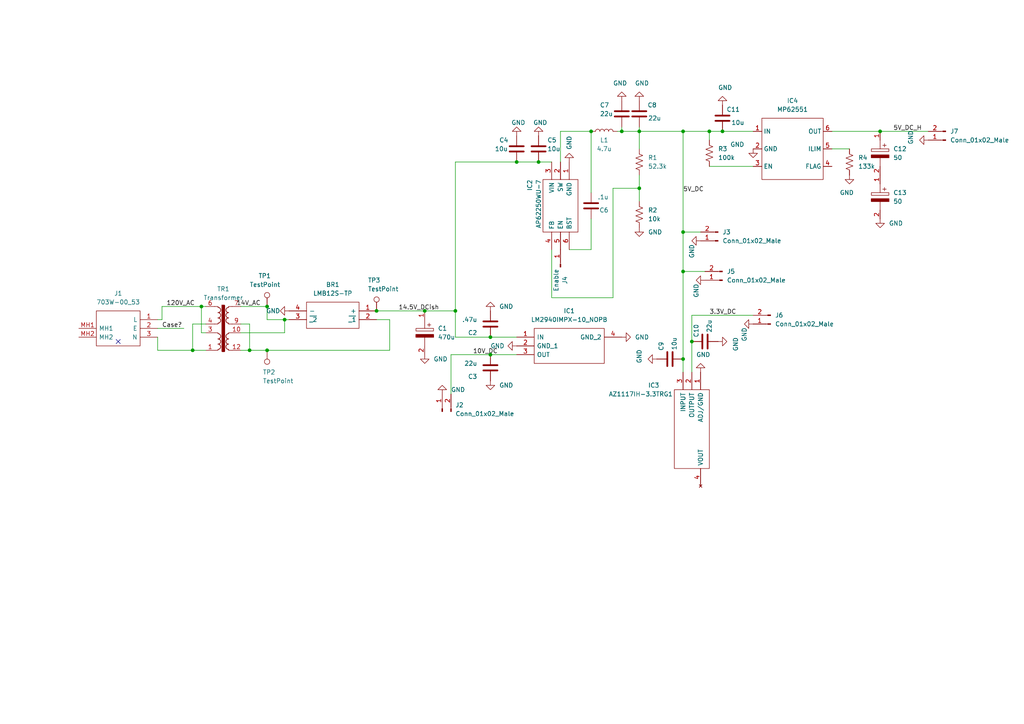
<source format=kicad_sch>
(kicad_sch (version 20211123) (generator eeschema)

  (uuid 651a493c-082c-4f1e-be3c-bb3091c0b786)

  (paper "A4")

  (lib_symbols
    (symbol "Connector:Conn_01x01_Male" (pin_names (offset 1.016) hide) (in_bom yes) (on_board yes)
      (property "Reference" "J" (id 0) (at 0 2.54 0)
        (effects (font (size 1.27 1.27)))
      )
      (property "Value" "Conn_01x01_Male" (id 1) (at 0 -2.54 0)
        (effects (font (size 1.27 1.27)))
      )
      (property "Footprint" "" (id 2) (at 0 0 0)
        (effects (font (size 1.27 1.27)) hide)
      )
      (property "Datasheet" "~" (id 3) (at 0 0 0)
        (effects (font (size 1.27 1.27)) hide)
      )
      (property "ki_keywords" "connector" (id 4) (at 0 0 0)
        (effects (font (size 1.27 1.27)) hide)
      )
      (property "ki_description" "Generic connector, single row, 01x01, script generated (kicad-library-utils/schlib/autogen/connector/)" (id 5) (at 0 0 0)
        (effects (font (size 1.27 1.27)) hide)
      )
      (property "ki_fp_filters" "Connector*:*" (id 6) (at 0 0 0)
        (effects (font (size 1.27 1.27)) hide)
      )
      (symbol "Conn_01x01_Male_1_1"
        (polyline
          (pts
            (xy 1.27 0)
            (xy 0.8636 0)
          )
          (stroke (width 0.1524) (type default) (color 0 0 0 0))
          (fill (type none))
        )
        (rectangle (start 0.8636 0.127) (end 0 -0.127)
          (stroke (width 0.1524) (type default) (color 0 0 0 0))
          (fill (type outline))
        )
        (pin passive line (at 5.08 0 180) (length 3.81)
          (name "Pin_1" (effects (font (size 1.27 1.27))))
          (number "1" (effects (font (size 1.27 1.27))))
        )
      )
    )
    (symbol "Connector:Conn_01x02_Male" (pin_names (offset 1.016) hide) (in_bom yes) (on_board yes)
      (property "Reference" "J" (id 0) (at 0 2.54 0)
        (effects (font (size 1.27 1.27)))
      )
      (property "Value" "Conn_01x02_Male" (id 1) (at 0 -5.08 0)
        (effects (font (size 1.27 1.27)))
      )
      (property "Footprint" "" (id 2) (at 0 0 0)
        (effects (font (size 1.27 1.27)) hide)
      )
      (property "Datasheet" "~" (id 3) (at 0 0 0)
        (effects (font (size 1.27 1.27)) hide)
      )
      (property "ki_keywords" "connector" (id 4) (at 0 0 0)
        (effects (font (size 1.27 1.27)) hide)
      )
      (property "ki_description" "Generic connector, single row, 01x02, script generated (kicad-library-utils/schlib/autogen/connector/)" (id 5) (at 0 0 0)
        (effects (font (size 1.27 1.27)) hide)
      )
      (property "ki_fp_filters" "Connector*:*_1x??_*" (id 6) (at 0 0 0)
        (effects (font (size 1.27 1.27)) hide)
      )
      (symbol "Conn_01x02_Male_1_1"
        (polyline
          (pts
            (xy 1.27 -2.54)
            (xy 0.8636 -2.54)
          )
          (stroke (width 0.1524) (type default) (color 0 0 0 0))
          (fill (type none))
        )
        (polyline
          (pts
            (xy 1.27 0)
            (xy 0.8636 0)
          )
          (stroke (width 0.1524) (type default) (color 0 0 0 0))
          (fill (type none))
        )
        (rectangle (start 0.8636 -2.413) (end 0 -2.667)
          (stroke (width 0.1524) (type default) (color 0 0 0 0))
          (fill (type outline))
        )
        (rectangle (start 0.8636 0.127) (end 0 -0.127)
          (stroke (width 0.1524) (type default) (color 0 0 0 0))
          (fill (type outline))
        )
        (pin passive line (at 5.08 0 180) (length 3.81)
          (name "Pin_1" (effects (font (size 1.27 1.27))))
          (number "1" (effects (font (size 1.27 1.27))))
        )
        (pin passive line (at 5.08 -2.54 180) (length 3.81)
          (name "Pin_2" (effects (font (size 1.27 1.27))))
          (number "2" (effects (font (size 1.27 1.27))))
        )
      )
    )
    (symbol "Connector:TestPoint" (pin_numbers hide) (pin_names (offset 0.762) hide) (in_bom yes) (on_board yes)
      (property "Reference" "TP" (id 0) (at 0 6.858 0)
        (effects (font (size 1.27 1.27)))
      )
      (property "Value" "TestPoint" (id 1) (at 0 5.08 0)
        (effects (font (size 1.27 1.27)))
      )
      (property "Footprint" "" (id 2) (at 5.08 0 0)
        (effects (font (size 1.27 1.27)) hide)
      )
      (property "Datasheet" "~" (id 3) (at 5.08 0 0)
        (effects (font (size 1.27 1.27)) hide)
      )
      (property "ki_keywords" "test point tp" (id 4) (at 0 0 0)
        (effects (font (size 1.27 1.27)) hide)
      )
      (property "ki_description" "test point" (id 5) (at 0 0 0)
        (effects (font (size 1.27 1.27)) hide)
      )
      (property "ki_fp_filters" "Pin* Test*" (id 6) (at 0 0 0)
        (effects (font (size 1.27 1.27)) hide)
      )
      (symbol "TestPoint_0_1"
        (circle (center 0 3.302) (radius 0.762)
          (stroke (width 0) (type default) (color 0 0 0 0))
          (fill (type none))
        )
      )
      (symbol "TestPoint_1_1"
        (pin passive line (at 0 0 90) (length 2.54)
          (name "1" (effects (font (size 1.27 1.27))))
          (number "1" (effects (font (size 1.27 1.27))))
        )
      )
    )
    (symbol "Device:C" (pin_numbers hide) (pin_names (offset 0.254)) (in_bom yes) (on_board yes)
      (property "Reference" "C" (id 0) (at 0.635 2.54 0)
        (effects (font (size 1.27 1.27)) (justify left))
      )
      (property "Value" "C" (id 1) (at 0.635 -2.54 0)
        (effects (font (size 1.27 1.27)) (justify left))
      )
      (property "Footprint" "" (id 2) (at 0.9652 -3.81 0)
        (effects (font (size 1.27 1.27)) hide)
      )
      (property "Datasheet" "~" (id 3) (at 0 0 0)
        (effects (font (size 1.27 1.27)) hide)
      )
      (property "ki_keywords" "cap capacitor" (id 4) (at 0 0 0)
        (effects (font (size 1.27 1.27)) hide)
      )
      (property "ki_description" "Unpolarized capacitor" (id 5) (at 0 0 0)
        (effects (font (size 1.27 1.27)) hide)
      )
      (property "ki_fp_filters" "C_*" (id 6) (at 0 0 0)
        (effects (font (size 1.27 1.27)) hide)
      )
      (symbol "C_0_1"
        (polyline
          (pts
            (xy -2.032 -0.762)
            (xy 2.032 -0.762)
          )
          (stroke (width 0.508) (type default) (color 0 0 0 0))
          (fill (type none))
        )
        (polyline
          (pts
            (xy -2.032 0.762)
            (xy 2.032 0.762)
          )
          (stroke (width 0.508) (type default) (color 0 0 0 0))
          (fill (type none))
        )
      )
      (symbol "C_1_1"
        (pin passive line (at 0 3.81 270) (length 2.794)
          (name "~" (effects (font (size 1.27 1.27))))
          (number "1" (effects (font (size 1.27 1.27))))
        )
        (pin passive line (at 0 -3.81 90) (length 2.794)
          (name "~" (effects (font (size 1.27 1.27))))
          (number "2" (effects (font (size 1.27 1.27))))
        )
      )
    )
    (symbol "Device:L" (pin_numbers hide) (pin_names (offset 1.016) hide) (in_bom yes) (on_board yes)
      (property "Reference" "L" (id 0) (at -1.27 0 90)
        (effects (font (size 1.27 1.27)))
      )
      (property "Value" "L" (id 1) (at 1.905 0 90)
        (effects (font (size 1.27 1.27)))
      )
      (property "Footprint" "" (id 2) (at 0 0 0)
        (effects (font (size 1.27 1.27)) hide)
      )
      (property "Datasheet" "~" (id 3) (at 0 0 0)
        (effects (font (size 1.27 1.27)) hide)
      )
      (property "ki_keywords" "inductor choke coil reactor magnetic" (id 4) (at 0 0 0)
        (effects (font (size 1.27 1.27)) hide)
      )
      (property "ki_description" "Inductor" (id 5) (at 0 0 0)
        (effects (font (size 1.27 1.27)) hide)
      )
      (property "ki_fp_filters" "Choke_* *Coil* Inductor_* L_*" (id 6) (at 0 0 0)
        (effects (font (size 1.27 1.27)) hide)
      )
      (symbol "L_0_1"
        (arc (start 0 -2.54) (mid 0.635 -1.905) (end 0 -1.27)
          (stroke (width 0) (type default) (color 0 0 0 0))
          (fill (type none))
        )
        (arc (start 0 -1.27) (mid 0.635 -0.635) (end 0 0)
          (stroke (width 0) (type default) (color 0 0 0 0))
          (fill (type none))
        )
        (arc (start 0 0) (mid 0.635 0.635) (end 0 1.27)
          (stroke (width 0) (type default) (color 0 0 0 0))
          (fill (type none))
        )
        (arc (start 0 1.27) (mid 0.635 1.905) (end 0 2.54)
          (stroke (width 0) (type default) (color 0 0 0 0))
          (fill (type none))
        )
      )
      (symbol "L_1_1"
        (pin passive line (at 0 3.81 270) (length 1.27)
          (name "1" (effects (font (size 1.27 1.27))))
          (number "1" (effects (font (size 1.27 1.27))))
        )
        (pin passive line (at 0 -3.81 90) (length 1.27)
          (name "2" (effects (font (size 1.27 1.27))))
          (number "2" (effects (font (size 1.27 1.27))))
        )
      )
    )
    (symbol "Device:R_US" (pin_numbers hide) (pin_names (offset 0)) (in_bom yes) (on_board yes)
      (property "Reference" "R" (id 0) (at 2.54 0 90)
        (effects (font (size 1.27 1.27)))
      )
      (property "Value" "R_US" (id 1) (at -2.54 0 90)
        (effects (font (size 1.27 1.27)))
      )
      (property "Footprint" "" (id 2) (at 1.016 -0.254 90)
        (effects (font (size 1.27 1.27)) hide)
      )
      (property "Datasheet" "~" (id 3) (at 0 0 0)
        (effects (font (size 1.27 1.27)) hide)
      )
      (property "ki_keywords" "R res resistor" (id 4) (at 0 0 0)
        (effects (font (size 1.27 1.27)) hide)
      )
      (property "ki_description" "Resistor, US symbol" (id 5) (at 0 0 0)
        (effects (font (size 1.27 1.27)) hide)
      )
      (property "ki_fp_filters" "R_*" (id 6) (at 0 0 0)
        (effects (font (size 1.27 1.27)) hide)
      )
      (symbol "R_US_0_1"
        (polyline
          (pts
            (xy 0 -2.286)
            (xy 0 -2.54)
          )
          (stroke (width 0) (type default) (color 0 0 0 0))
          (fill (type none))
        )
        (polyline
          (pts
            (xy 0 2.286)
            (xy 0 2.54)
          )
          (stroke (width 0) (type default) (color 0 0 0 0))
          (fill (type none))
        )
        (polyline
          (pts
            (xy 0 -0.762)
            (xy 1.016 -1.143)
            (xy 0 -1.524)
            (xy -1.016 -1.905)
            (xy 0 -2.286)
          )
          (stroke (width 0) (type default) (color 0 0 0 0))
          (fill (type none))
        )
        (polyline
          (pts
            (xy 0 0.762)
            (xy 1.016 0.381)
            (xy 0 0)
            (xy -1.016 -0.381)
            (xy 0 -0.762)
          )
          (stroke (width 0) (type default) (color 0 0 0 0))
          (fill (type none))
        )
        (polyline
          (pts
            (xy 0 2.286)
            (xy 1.016 1.905)
            (xy 0 1.524)
            (xy -1.016 1.143)
            (xy 0 0.762)
          )
          (stroke (width 0) (type default) (color 0 0 0 0))
          (fill (type none))
        )
      )
      (symbol "R_US_1_1"
        (pin passive line (at 0 3.81 270) (length 1.27)
          (name "~" (effects (font (size 1.27 1.27))))
          (number "1" (effects (font (size 1.27 1.27))))
        )
        (pin passive line (at 0 -3.81 90) (length 1.27)
          (name "~" (effects (font (size 1.27 1.27))))
          (number "2" (effects (font (size 1.27 1.27))))
        )
      )
    )
    (symbol "Power Supply Board:MP62551" (in_bom yes) (on_board yes)
      (property "Reference" "IC" (id 0) (at -3.81 7.62 0)
        (effects (font (size 1.27 1.27)))
      )
      (property "Value" "MP62551" (id 1) (at 5.08 7.62 0)
        (effects (font (size 1.27 1.27)))
      )
      (property "Footprint" "" (id 2) (at 0 1.27 0)
        (effects (font (size 1.27 1.27)) hide)
      )
      (property "Datasheet" "" (id 3) (at 0 1.27 0)
        (effects (font (size 1.27 1.27)) hide)
      )
      (symbol "MP62551_0_1"
        (rectangle (start -8.89 6.35) (end 8.89 -11.43)
          (stroke (width 0) (type default) (color 0 0 0 0))
          (fill (type none))
        )
      )
      (symbol "MP62551_1_1"
        (pin input line (at -11.43 2.54 0) (length 2.54)
          (name "IN" (effects (font (size 1.27 1.27))))
          (number "1" (effects (font (size 1.27 1.27))))
        )
        (pin input line (at -11.43 -2.54 0) (length 2.54)
          (name "GND" (effects (font (size 1.27 1.27))))
          (number "2" (effects (font (size 1.27 1.27))))
        )
        (pin input line (at -11.43 -7.62 0) (length 2.54)
          (name "EN" (effects (font (size 1.27 1.27))))
          (number "3" (effects (font (size 1.27 1.27))))
        )
        (pin output line (at 11.43 -7.62 180) (length 2.54)
          (name "FLAG" (effects (font (size 1.27 1.27))))
          (number "4" (effects (font (size 1.27 1.27))))
        )
        (pin input line (at 11.43 -2.54 180) (length 2.54)
          (name "ILIM" (effects (font (size 1.27 1.27))))
          (number "5" (effects (font (size 1.27 1.27))))
        )
        (pin output line (at 11.43 2.54 180) (length 2.54)
          (name "OUT" (effects (font (size 1.27 1.27))))
          (number "6" (effects (font (size 1.27 1.27))))
        )
      )
    )
    (symbol "Power Supply Board:Transformer" (pin_names (offset 0)) (in_bom yes) (on_board yes)
      (property "Reference" "TR1" (id 0) (at 0 12.7 0)
        (effects (font (size 1.27 1.27)))
      )
      (property "Value" "Transformer" (id 1) (at 0 10.16 0)
        (effects (font (size 1.27 1.27)))
      )
      (property "Footprint" "" (id 2) (at 0 0 0)
        (effects (font (size 1.27 1.27)) hide)
      )
      (property "Datasheet" "" (id 3) (at 0 0 0)
        (effects (font (size 1.27 1.27)) hide)
      )
      (symbol "Transformer_0_1"
        (arc (start -1.524 -4.826) (mid -0.762 -4.064) (end -1.524 -3.302)
          (stroke (width 0.2032) (type default) (color 0 0 0 0))
          (fill (type none))
        )
        (arc (start -1.524 -3.302) (mid -0.762 -2.54) (end -1.524 -1.778)
          (stroke (width 0.2032) (type default) (color 0 0 0 0))
          (fill (type none))
        )
        (arc (start -1.524 -1.778) (mid -0.762 -1.016) (end -1.524 -0.254)
          (stroke (width 0.2032) (type default) (color 0 0 0 0))
          (fill (type none))
        )
        (arc (start -1.524 2.794) (mid -0.762 3.556) (end -1.524 4.318)
          (stroke (width 0.2032) (type default) (color 0 0 0 0))
          (fill (type none))
        )
        (arc (start -1.524 4.318) (mid -0.762 5.08) (end -1.524 5.842)
          (stroke (width 0.2032) (type default) (color 0 0 0 0))
          (fill (type none))
        )
        (arc (start -1.524 5.842) (mid -0.762 6.604) (end -1.524 7.366)
          (stroke (width 0.2032) (type default) (color 0 0 0 0))
          (fill (type none))
        )
        (rectangle (start -0.254 7.874) (end 0.254 -5.334)
          (stroke (width 0.508) (type default) (color 0 0 0 0))
          (fill (type outline))
        )
        (polyline
          (pts
            (xy 1.524 -4.826)
            (xy 1.524 -5.08)
            (xy 1.524 -5.08)
          )
          (stroke (width 0) (type default) (color 0 0 0 0))
          (fill (type outline))
        )
        (polyline
          (pts
            (xy 1.524 0)
            (xy 1.524 -0.254)
            (xy 1.524 -0.254)
          )
          (stroke (width 0) (type default) (color 0 0 0 0))
          (fill (type outline))
        )
        (polyline
          (pts
            (xy 1.524 0)
            (xy 2.54 0)
            (xy 2.54 0)
          )
          (stroke (width 0) (type default) (color 0 0 0 0))
          (fill (type none))
        )
        (polyline
          (pts
            (xy 1.524 2.54)
            (xy 1.524 2.794)
            (xy 1.524 2.794)
          )
          (stroke (width 0) (type default) (color 0 0 0 0))
          (fill (type outline))
        )
        (polyline
          (pts
            (xy 1.524 2.54)
            (xy 2.54 2.54)
            (xy 2.54 2.54)
          )
          (stroke (width 0) (type default) (color 0 0 0 0))
          (fill (type none))
        )
        (polyline
          (pts
            (xy 1.524 7.62)
            (xy 1.524 7.366)
            (xy 1.524 7.366)
          )
          (stroke (width 0) (type default) (color 0 0 0 0))
          (fill (type outline))
        )
        (polyline
          (pts
            (xy 1.524 7.62)
            (xy 2.54 7.62)
            (xy 2.54 7.62)
          )
          (stroke (width 0) (type default) (color 0 0 0 0))
          (fill (type none))
        )
        (polyline
          (pts
            (xy 2.54 -5.08)
            (xy 1.524 -5.08)
            (xy 1.524 -5.08)
          )
          (stroke (width 0) (type default) (color 0 0 0 0))
          (fill (type none))
        )
        (polyline
          (pts
            (xy -1.524 -4.826)
            (xy -1.524 -5.08)
            (xy -2.54 -5.08)
            (xy -2.54 -5.08)
          )
          (stroke (width 0) (type default) (color 0 0 0 0))
          (fill (type none))
        )
        (polyline
          (pts
            (xy -1.524 -0.254)
            (xy -1.524 0)
            (xy -2.54 0)
            (xy -2.54 0)
          )
          (stroke (width 0) (type default) (color 0 0 0 0))
          (fill (type none))
        )
        (polyline
          (pts
            (xy -1.524 2.794)
            (xy -1.524 2.54)
            (xy -2.54 2.54)
            (xy -2.54 2.54)
          )
          (stroke (width 0) (type default) (color 0 0 0 0))
          (fill (type none))
        )
        (polyline
          (pts
            (xy -1.524 7.366)
            (xy -1.524 7.62)
            (xy -2.54 7.62)
            (xy -2.54 7.62)
          )
          (stroke (width 0) (type default) (color 0 0 0 0))
          (fill (type none))
        )
        (arc (start 1.524 -3.302) (mid 0.762 -4.064) (end 1.524 -4.826)
          (stroke (width 0.2032) (type default) (color 0 0 0 0))
          (fill (type none))
        )
        (arc (start 1.524 -1.778) (mid 0.762 -2.54) (end 1.524 -3.302)
          (stroke (width 0.2032) (type default) (color 0 0 0 0))
          (fill (type none))
        )
        (arc (start 1.524 -0.254) (mid 0.762 -1.016) (end 1.524 -1.778)
          (stroke (width 0.2032) (type default) (color 0 0 0 0))
          (fill (type none))
        )
        (arc (start 1.524 4.318) (mid 0.762 3.556) (end 1.524 2.794)
          (stroke (width 0.2032) (type default) (color 0 0 0 0))
          (fill (type none))
        )
        (arc (start 1.524 5.842) (mid 0.762 5.08) (end 1.524 4.318)
          (stroke (width 0.2032) (type default) (color 0 0 0 0))
          (fill (type none))
        )
        (arc (start 1.524 7.366) (mid 0.762 6.604) (end 1.524 5.842)
          (stroke (width 0.2032) (type default) (color 0 0 0 0))
          (fill (type none))
        )
      )
      (symbol "Transformer_1_1"
        (pin passive line (at -5.08 -5.08 0) (length 2.54)
          (name "~" (effects (font (size 1.27 1.27))))
          (number "1" (effects (font (size 1.27 1.27))))
        )
        (pin passive line (at 5.08 0 180) (length 2.54)
          (name "~" (effects (font (size 1.27 1.27))))
          (number "10" (effects (font (size 1.27 1.27))))
        )
        (pin passive line (at 5.08 -5.08 180) (length 2.54)
          (name "~" (effects (font (size 1.27 1.27))))
          (number "12" (effects (font (size 1.27 1.27))))
        )
        (pin passive line (at -5.08 0 0) (length 2.54)
          (name "~" (effects (font (size 1.27 1.27))))
          (number "3" (effects (font (size 1.27 1.27))))
        )
        (pin passive line (at -5.08 2.54 0) (length 2.54)
          (name "~" (effects (font (size 1.27 1.27))))
          (number "4" (effects (font (size 1.27 1.27))))
        )
        (pin passive line (at -5.08 7.62 0) (length 2.54)
          (name "~" (effects (font (size 1.27 1.27))))
          (number "6" (effects (font (size 1.27 1.27))))
        )
        (pin passive line (at 5.08 7.62 180) (length 2.54)
          (name "~" (effects (font (size 1.27 1.27))))
          (number "7" (effects (font (size 1.27 1.27))))
        )
        (pin passive line (at 5.08 2.54 180) (length 2.54)
          (name "~" (effects (font (size 1.27 1.27))))
          (number "9" (effects (font (size 1.27 1.27))))
        )
      )
    )
    (symbol "SamacSys_Parts:16TRV470M10X10.5" (pin_names (offset 0.762)) (in_bom yes) (on_board yes)
      (property "Reference" "C" (id 0) (at 8.89 6.35 0)
        (effects (font (size 1.27 1.27)) (justify left))
      )
      (property "Value" "16TRV470M10X10.5" (id 1) (at 8.89 3.81 0)
        (effects (font (size 1.27 1.27)) (justify left))
      )
      (property "Footprint" "CAPAE1030X1050N" (id 2) (at 8.89 1.27 0)
        (effects (font (size 1.27 1.27)) (justify left) hide)
      )
      (property "Datasheet" "http://www.rubycon.co.jp/en/catalog/e_pdfs/aluminum/e_TRV.pdf" (id 3) (at 8.89 -1.27 0)
        (effects (font (size 1.27 1.27)) (justify left) hide)
      )
      (property "Description" "Aluminum Electrolytic Capacitors - SMD LONG LIFE ELECTROLYTIC CAPACITORS" (id 4) (at 8.89 -3.81 0)
        (effects (font (size 1.27 1.27)) (justify left) hide)
      )
      (property "Height" "10.5" (id 5) (at 8.89 -6.35 0)
        (effects (font (size 1.27 1.27)) (justify left) hide)
      )
      (property "Mouser Part Number" "232-16TRV470M10X10.5" (id 6) (at 8.89 -8.89 0)
        (effects (font (size 1.27 1.27)) (justify left) hide)
      )
      (property "Mouser Price/Stock" "https://www.mouser.co.uk/ProductDetail/Rubycon/16TRV470M10X105?qs=T3oQrply3y940smn1RbN5g%3D%3D" (id 7) (at 8.89 -11.43 0)
        (effects (font (size 1.27 1.27)) (justify left) hide)
      )
      (property "Manufacturer_Name" "Rubycon" (id 8) (at 8.89 -13.97 0)
        (effects (font (size 1.27 1.27)) (justify left) hide)
      )
      (property "Manufacturer_Part_Number" "16TRV470M10X10.5" (id 9) (at 8.89 -16.51 0)
        (effects (font (size 1.27 1.27)) (justify left) hide)
      )
      (property "ki_description" "Aluminum Electrolytic Capacitors - SMD LONG LIFE ELECTROLYTIC CAPACITORS" (id 10) (at 0 0 0)
        (effects (font (size 1.27 1.27)) hide)
      )
      (symbol "16TRV470M10X10.5_0_0"
        (pin passive line (at 0 0 0) (length 2.54)
          (name "~" (effects (font (size 1.27 1.27))))
          (number "1" (effects (font (size 1.27 1.27))))
        )
        (pin passive line (at 12.7 0 180) (length 2.54)
          (name "~" (effects (font (size 1.27 1.27))))
          (number "2" (effects (font (size 1.27 1.27))))
        )
      )
      (symbol "16TRV470M10X10.5_0_1"
        (polyline
          (pts
            (xy 2.54 0)
            (xy 5.08 0)
          )
          (stroke (width 0.1524) (type default) (color 0 0 0 0))
          (fill (type none))
        )
        (polyline
          (pts
            (xy 4.064 1.778)
            (xy 4.064 0.762)
          )
          (stroke (width 0.1524) (type default) (color 0 0 0 0))
          (fill (type none))
        )
        (polyline
          (pts
            (xy 4.572 1.27)
            (xy 3.556 1.27)
          )
          (stroke (width 0.1524) (type default) (color 0 0 0 0))
          (fill (type none))
        )
        (polyline
          (pts
            (xy 7.62 0)
            (xy 10.16 0)
          )
          (stroke (width 0.1524) (type default) (color 0 0 0 0))
          (fill (type none))
        )
        (polyline
          (pts
            (xy 5.08 2.54)
            (xy 5.08 -2.54)
            (xy 5.842 -2.54)
            (xy 5.842 2.54)
            (xy 5.08 2.54)
          )
          (stroke (width 0.1524) (type default) (color 0 0 0 0))
          (fill (type none))
        )
        (polyline
          (pts
            (xy 7.62 2.54)
            (xy 7.62 -2.54)
            (xy 6.858 -2.54)
            (xy 6.858 2.54)
            (xy 7.62 2.54)
          )
          (stroke (width 0.254) (type default) (color 0 0 0 0))
          (fill (type outline))
        )
      )
    )
    (symbol "SamacSys_Parts:703W-00_53" (pin_names (offset 0.762)) (in_bom yes) (on_board yes)
      (property "Reference" "J" (id 0) (at 19.05 7.62 0)
        (effects (font (size 1.27 1.27)) (justify left))
      )
      (property "Value" "703W-00_53" (id 1) (at 19.05 5.08 0)
        (effects (font (size 1.27 1.27)) (justify left))
      )
      (property "Footprint" "703W0053" (id 2) (at 19.05 2.54 0)
        (effects (font (size 1.27 1.27)) (justify left) hide)
      )
      (property "Datasheet" "http://www.qualtekusa.com/Catalog/AC_Receptacles/pdfs/703w0053.pdf" (id 3) (at 19.05 0 0)
        (effects (font (size 1.27 1.27)) (justify left) hide)
      )
      (property "Description" "AC Power Entry Modules PCB Mount 7mm" (id 4) (at 19.05 -2.54 0)
        (effects (font (size 1.27 1.27)) (justify left) hide)
      )
      (property "Height" "28.7" (id 5) (at 19.05 -5.08 0)
        (effects (font (size 1.27 1.27)) (justify left) hide)
      )
      (property "Mouser Part Number" "562-703W-00/53" (id 6) (at 19.05 -7.62 0)
        (effects (font (size 1.27 1.27)) (justify left) hide)
      )
      (property "Mouser Price/Stock" "https://www.mouser.co.uk/ProductDetail/Qualtek/703W-00-53?qs=%252BCmxX1pwNuHERMfCpPr41g%3D%3D" (id 7) (at 19.05 -10.16 0)
        (effects (font (size 1.27 1.27)) (justify left) hide)
      )
      (property "Manufacturer_Name" "Qualtek" (id 8) (at 19.05 -12.7 0)
        (effects (font (size 1.27 1.27)) (justify left) hide)
      )
      (property "Manufacturer_Part_Number" "703W-00/53" (id 9) (at 19.05 -15.24 0)
        (effects (font (size 1.27 1.27)) (justify left) hide)
      )
      (property "ki_description" "AC Power Entry Modules PCB Mount 7mm" (id 10) (at 0 0 0)
        (effects (font (size 1.27 1.27)) hide)
      )
      (symbol "703W-00_53_0_0"
        (pin passive line (at 0 -5.08 0) (length 5.08)
          (name "L" (effects (font (size 1.27 1.27))))
          (number "1" (effects (font (size 1.27 1.27))))
        )
        (pin passive line (at 0 -2.54 0) (length 5.08)
          (name "E" (effects (font (size 1.27 1.27))))
          (number "2" (effects (font (size 1.27 1.27))))
        )
        (pin passive line (at 0 0 0) (length 5.08)
          (name "N" (effects (font (size 1.27 1.27))))
          (number "3" (effects (font (size 1.27 1.27))))
        )
        (pin passive line (at 22.86 -2.54 180) (length 5.08)
          (name "MH1" (effects (font (size 1.27 1.27))))
          (number "MH1" (effects (font (size 1.27 1.27))))
        )
        (pin passive line (at 22.86 0 180) (length 5.08)
          (name "MH2" (effects (font (size 1.27 1.27))))
          (number "MH2" (effects (font (size 1.27 1.27))))
        )
      )
      (symbol "703W-00_53_0_1"
        (polyline
          (pts
            (xy 5.08 2.54)
            (xy 17.78 2.54)
            (xy 17.78 -7.62)
            (xy 5.08 -7.62)
            (xy 5.08 2.54)
          )
          (stroke (width 0.1524) (type default) (color 0 0 0 0))
          (fill (type none))
        )
      )
    )
    (symbol "SamacSys_Parts:AP62250WU-7" (pin_names (offset 0.762)) (in_bom yes) (on_board yes)
      (property "Reference" "IC" (id 0) (at 21.59 7.62 0)
        (effects (font (size 1.27 1.27)) (justify left))
      )
      (property "Value" "AP62250WU-7" (id 1) (at 21.59 5.08 0)
        (effects (font (size 1.27 1.27)) (justify left))
      )
      (property "Footprint" "SOT95P280X100-6N" (id 2) (at 21.59 2.54 0)
        (effects (font (size 1.27 1.27)) (justify left) hide)
      )
      (property "Datasheet" "https://www.diodes.com/assets/Datasheets/AP62250.pdf" (id 3) (at 21.59 0 0)
        (effects (font (size 1.27 1.27)) (justify left) hide)
      )
      (property "Description" "DCDC CONV HV BUCK TSOT26 T&R 3K" (id 4) (at 21.59 -2.54 0)
        (effects (font (size 1.27 1.27)) (justify left) hide)
      )
      (property "Height" "1" (id 5) (at 21.59 -5.08 0)
        (effects (font (size 1.27 1.27)) (justify left) hide)
      )
      (property "Mouser Part Number" "621-AP62250WU-7" (id 6) (at 21.59 -7.62 0)
        (effects (font (size 1.27 1.27)) (justify left) hide)
      )
      (property "Mouser Price/Stock" "https://www.mouser.co.uk/ProductDetail/Diodes-Incorporated/AP62250WU-7?qs=7MVldsJ5Uax1PUc8sdeimQ%3D%3D" (id 7) (at 21.59 -10.16 0)
        (effects (font (size 1.27 1.27)) (justify left) hide)
      )
      (property "Manufacturer_Name" "Diodes Inc." (id 8) (at 21.59 -12.7 0)
        (effects (font (size 1.27 1.27)) (justify left) hide)
      )
      (property "Manufacturer_Part_Number" "AP62250WU-7" (id 9) (at 21.59 -15.24 0)
        (effects (font (size 1.27 1.27)) (justify left) hide)
      )
      (property "ki_description" "DCDC CONV HV BUCK TSOT26 T&R 3K" (id 10) (at 0 0 0)
        (effects (font (size 1.27 1.27)) hide)
      )
      (symbol "AP62250WU-7_0_0"
        (pin passive line (at 0 0 0) (length 5.08)
          (name "GND" (effects (font (size 1.27 1.27))))
          (number "1" (effects (font (size 1.27 1.27))))
        )
        (pin passive line (at 0 -2.54 0) (length 5.08)
          (name "SW" (effects (font (size 1.27 1.27))))
          (number "2" (effects (font (size 1.27 1.27))))
        )
        (pin passive line (at 0 -5.08 0) (length 5.08)
          (name "VIN" (effects (font (size 1.27 1.27))))
          (number "3" (effects (font (size 1.27 1.27))))
        )
        (pin passive line (at 25.4 -5.08 180) (length 5.08)
          (name "FB" (effects (font (size 1.27 1.27))))
          (number "4" (effects (font (size 1.27 1.27))))
        )
        (pin passive line (at 25.4 -2.54 180) (length 5.08)
          (name "EN" (effects (font (size 1.27 1.27))))
          (number "5" (effects (font (size 1.27 1.27))))
        )
        (pin passive line (at 25.4 0 180) (length 5.08)
          (name "BST" (effects (font (size 1.27 1.27))))
          (number "6" (effects (font (size 1.27 1.27))))
        )
      )
      (symbol "AP62250WU-7_0_1"
        (polyline
          (pts
            (xy 5.08 2.54)
            (xy 20.32 2.54)
            (xy 20.32 -7.62)
            (xy 5.08 -7.62)
            (xy 5.08 2.54)
          )
          (stroke (width 0.1524) (type default) (color 0 0 0 0))
          (fill (type none))
        )
      )
    )
    (symbol "SamacSys_Parts:AZ1117IH-3.3TRG1" (pin_names (offset 0.762)) (in_bom yes) (on_board yes)
      (property "Reference" "IC3" (id 0) (at 3.81 -15.2399 90)
        (effects (font (size 1.27 1.27)) (justify left))
      )
      (property "Value" "AZ1117IH-3.3TRG1" (id 1) (at 3.81 -17.7799 90)
        (effects (font (size 1.27 1.27)) (justify left))
      )
      (property "Footprint" "SamacSys_Parts:SOT230P700X180-4N" (id 2) (at 2.54 -29.21 0)
        (effects (font (size 1.27 1.27)) (justify left) hide)
      )
      (property "Datasheet" "" (id 3) (at 0 -29.21 0)
        (effects (font (size 1.27 1.27)) (justify left) hide)
      )
      (property "Description" "LDO Voltage Regulators LDO BJT HiCurr 1.35A 10Hz to 10KHz" (id 4) (at -2.54 -29.21 0)
        (effects (font (size 1.27 1.27)) (justify left) hide)
      )
      (property "Height" "1.8" (id 5) (at -5.08 -29.21 0)
        (effects (font (size 1.27 1.27)) (justify left) hide)
      )
      (property "Mouser Part Number" "621-AZ1117IH-3.3TRG1" (id 6) (at -7.62 -29.21 0)
        (effects (font (size 1.27 1.27)) (justify left) hide)
      )
      (property "Mouser Price/Stock" "https://www.mouser.co.uk/ProductDetail/Diodes-Incorporated/AZ1117IH-3.3TRG1?qs=cpo3%2FpBou2jnS4SxLgAVoA%3D%3D" (id 7) (at -10.16 -29.21 0)
        (effects (font (size 1.27 1.27)) (justify left) hide)
      )
      (property "Manufacturer_Name" "Diodes Inc." (id 8) (at -12.7 -29.21 0)
        (effects (font (size 1.27 1.27)) (justify left) hide)
      )
      (property "Manufacturer_Part_Number" "AZ1117IH-3.3TRG1" (id 9) (at -15.24 -29.21 0)
        (effects (font (size 1.27 1.27)) (justify left) hide)
      )
      (property "ki_description" "LDO Voltage Regulators LDO BJT HiCurr 1.35A 10Hz to 10KHz" (id 10) (at 0 0 0)
        (effects (font (size 1.27 1.27)) hide)
      )
      (symbol "AZ1117IH-3.3TRG1_0_0"
        (pin passive line (at 0 0 0) (length 5.08)
          (name "ADJ/GND" (effects (font (size 1.27 1.27))))
          (number "1" (effects (font (size 1.27 1.27))))
        )
        (pin passive line (at 0 -2.54 0) (length 5.08)
          (name "OUTPUT" (effects (font (size 1.27 1.27))))
          (number "2" (effects (font (size 1.27 1.27))))
        )
        (pin passive line (at 0 -5.08 0) (length 5.08)
          (name "INPUT" (effects (font (size 1.27 1.27))))
          (number "3" (effects (font (size 1.27 1.27))))
        )
        (pin no_connect line (at 33.02 0 180) (length 5.08)
          (name "VOUT" (effects (font (size 1.27 1.27))))
          (number "4" (effects (font (size 1.27 1.27))))
        )
      )
      (symbol "AZ1117IH-3.3TRG1_0_1"
        (polyline
          (pts
            (xy 5.08 2.54)
            (xy 27.94 2.54)
            (xy 27.94 -7.62)
            (xy 5.08 -7.62)
            (xy 5.08 2.54)
          )
          (stroke (width 0.1524) (type default) (color 0 0 0 0))
          (fill (type none))
        )
      )
    )
    (symbol "SamacSys_Parts:EMZL250ARA471MHA0G" (pin_names (offset 0.762)) (in_bom yes) (on_board yes)
      (property "Reference" "C" (id 0) (at 8.89 6.35 0)
        (effects (font (size 1.27 1.27)) (justify left))
      )
      (property "Value" "EMZL250ARA471MHA0G" (id 1) (at 8.89 3.81 0)
        (effects (font (size 1.27 1.27)) (justify left))
      )
      (property "Footprint" "CAPAE830X1050N" (id 2) (at 8.89 1.27 0)
        (effects (font (size 1.27 1.27)) (justify left) hide)
      )
      (property "Datasheet" "" (id 3) (at 8.89 -1.27 0)
        (effects (font (size 1.27 1.27)) (justify left) hide)
      )
      (property "Description" "Aluminum Electrolytic Capacitors - SMD 470uF 25V AEC-Q200" (id 4) (at 8.89 -3.81 0)
        (effects (font (size 1.27 1.27)) (justify left) hide)
      )
      (property "Height" "10.5" (id 5) (at 8.89 -6.35 0)
        (effects (font (size 1.27 1.27)) (justify left) hide)
      )
      (property "Mouser Part Number" "661-EMZL250ARA471MHA" (id 6) (at 8.89 -8.89 0)
        (effects (font (size 1.27 1.27)) (justify left) hide)
      )
      (property "Mouser Price/Stock" "https://www.mouser.co.uk/ProductDetail/United-Chemi-Con/EMZL250ARA471MHA0G?qs=GBLSl2Akirs0SrxTHlCA0A%3D%3D" (id 7) (at 8.89 -11.43 0)
        (effects (font (size 1.27 1.27)) (justify left) hide)
      )
      (property "Manufacturer_Name" "United Chemi-Con" (id 8) (at 8.89 -13.97 0)
        (effects (font (size 1.27 1.27)) (justify left) hide)
      )
      (property "Manufacturer_Part_Number" "EMZL250ARA471MHA0G" (id 9) (at 8.89 -16.51 0)
        (effects (font (size 1.27 1.27)) (justify left) hide)
      )
      (property "ki_description" "Aluminum Electrolytic Capacitors - SMD 470uF 25V AEC-Q200" (id 10) (at 0 0 0)
        (effects (font (size 1.27 1.27)) hide)
      )
      (symbol "EMZL250ARA471MHA0G_0_0"
        (pin passive line (at 0 0 0) (length 2.54)
          (name "~" (effects (font (size 1.27 1.27))))
          (number "1" (effects (font (size 1.27 1.27))))
        )
        (pin passive line (at 12.7 0 180) (length 2.54)
          (name "~" (effects (font (size 1.27 1.27))))
          (number "2" (effects (font (size 1.27 1.27))))
        )
      )
      (symbol "EMZL250ARA471MHA0G_0_1"
        (polyline
          (pts
            (xy 2.54 0)
            (xy 5.08 0)
          )
          (stroke (width 0.1524) (type default) (color 0 0 0 0))
          (fill (type none))
        )
        (polyline
          (pts
            (xy 4.064 1.778)
            (xy 4.064 0.762)
          )
          (stroke (width 0.1524) (type default) (color 0 0 0 0))
          (fill (type none))
        )
        (polyline
          (pts
            (xy 4.572 1.27)
            (xy 3.556 1.27)
          )
          (stroke (width 0.1524) (type default) (color 0 0 0 0))
          (fill (type none))
        )
        (polyline
          (pts
            (xy 7.62 0)
            (xy 10.16 0)
          )
          (stroke (width 0.1524) (type default) (color 0 0 0 0))
          (fill (type none))
        )
        (polyline
          (pts
            (xy 5.08 2.54)
            (xy 5.08 -2.54)
            (xy 5.842 -2.54)
            (xy 5.842 2.54)
            (xy 5.08 2.54)
          )
          (stroke (width 0.1524) (type default) (color 0 0 0 0))
          (fill (type none))
        )
        (polyline
          (pts
            (xy 7.62 2.54)
            (xy 7.62 -2.54)
            (xy 6.858 -2.54)
            (xy 6.858 2.54)
            (xy 7.62 2.54)
          )
          (stroke (width 0.254) (type default) (color 0 0 0 0))
          (fill (type outline))
        )
      )
    )
    (symbol "SamacSys_Parts:LM2940IMPX-10_NOPB" (pin_names (offset 0.762)) (in_bom yes) (on_board yes)
      (property "Reference" "IC" (id 0) (at 26.67 7.62 0)
        (effects (font (size 1.27 1.27)) (justify left))
      )
      (property "Value" "LM2940IMPX-10_NOPB" (id 1) (at 26.67 5.08 0)
        (effects (font (size 1.27 1.27)) (justify left))
      )
      (property "Footprint" "SOT230P700X180-4N" (id 2) (at 26.67 2.54 0)
        (effects (font (size 1.27 1.27)) (justify left) hide)
      )
      (property "Datasheet" "http://www.ti.com/lit/ds/symlink/lm2940c.pdf" (id 3) (at 26.67 0 0)
        (effects (font (size 1.27 1.27)) (justify left) hide)
      )
      (property "Description" "LDO Voltage Regulators 1A Low Dropout Regulator 4-SOT-223 -40 to 85" (id 4) (at 26.67 -2.54 0)
        (effects (font (size 1.27 1.27)) (justify left) hide)
      )
      (property "Height" "1.8" (id 5) (at 26.67 -5.08 0)
        (effects (font (size 1.27 1.27)) (justify left) hide)
      )
      (property "Mouser Part Number" "926-LM2940IMPX10NOPB" (id 6) (at 26.67 -7.62 0)
        (effects (font (size 1.27 1.27)) (justify left) hide)
      )
      (property "Mouser Price/Stock" "https://www.mouser.co.uk/ProductDetail/Texas-Instruments/LM2940IMPX-10-NOPB?qs=X1J7HmVL2ZGaWCR2un6ouA%3D%3D" (id 7) (at 26.67 -10.16 0)
        (effects (font (size 1.27 1.27)) (justify left) hide)
      )
      (property "Manufacturer_Name" "Texas Instruments" (id 8) (at 26.67 -12.7 0)
        (effects (font (size 1.27 1.27)) (justify left) hide)
      )
      (property "Manufacturer_Part_Number" "LM2940IMPX-10/NOPB" (id 9) (at 26.67 -15.24 0)
        (effects (font (size 1.27 1.27)) (justify left) hide)
      )
      (property "ki_description" "LDO Voltage Regulators 1A Low Dropout Regulator 4-SOT-223 -40 to 85" (id 10) (at 0 0 0)
        (effects (font (size 1.27 1.27)) hide)
      )
      (symbol "LM2940IMPX-10_NOPB_0_0"
        (pin passive line (at 0 0 0) (length 5.08)
          (name "IN" (effects (font (size 1.27 1.27))))
          (number "1" (effects (font (size 1.27 1.27))))
        )
        (pin passive line (at 0 -2.54 0) (length 5.08)
          (name "GND_1" (effects (font (size 1.27 1.27))))
          (number "2" (effects (font (size 1.27 1.27))))
        )
        (pin passive line (at 0 -5.08 0) (length 5.08)
          (name "OUT" (effects (font (size 1.27 1.27))))
          (number "3" (effects (font (size 1.27 1.27))))
        )
        (pin passive line (at 30.48 0 180) (length 5.08)
          (name "GND_2" (effects (font (size 1.27 1.27))))
          (number "4" (effects (font (size 1.27 1.27))))
        )
      )
      (symbol "LM2940IMPX-10_NOPB_0_1"
        (polyline
          (pts
            (xy 5.08 2.54)
            (xy 25.4 2.54)
            (xy 25.4 -7.62)
            (xy 5.08 -7.62)
            (xy 5.08 2.54)
          )
          (stroke (width 0.1524) (type default) (color 0 0 0 0))
          (fill (type none))
        )
      )
    )
    (symbol "SamacSys_Parts:LMB12S-TP" (pin_names (offset 0.762)) (in_bom yes) (on_board yes)
      (property "Reference" "BR" (id 0) (at 21.59 7.62 0)
        (effects (font (size 1.27 1.27)) (justify left))
      )
      (property "Value" "LMB12S-TP" (id 1) (at 21.59 5.08 0)
        (effects (font (size 1.27 1.27)) (justify left))
      )
      (property "Footprint" "LMB12STP" (id 2) (at 21.59 2.54 0)
        (effects (font (size 1.27 1.27)) (justify left) hide)
      )
      (property "Datasheet" "" (id 3) (at 21.59 0 0)
        (effects (font (size 1.27 1.27)) (justify left) hide)
      )
      (property "Description" "Bridge Rectifiers 1A 20Vr 14Vrms 20V 30A Ifsm" (id 4) (at 21.59 -2.54 0)
        (effects (font (size 1.27 1.27)) (justify left) hide)
      )
      (property "Height" "1.71" (id 5) (at 21.59 -5.08 0)
        (effects (font (size 1.27 1.27)) (justify left) hide)
      )
      (property "Mouser Part Number" "833-LMB12S-TP" (id 6) (at 21.59 -7.62 0)
        (effects (font (size 1.27 1.27)) (justify left) hide)
      )
      (property "Mouser Price/Stock" "https://www.mouser.co.uk/ProductDetail/Micro-Commercial-Components-MCC/LMB12S-TP?qs=P1JMDcb91o7e1QBloAQ5ig%3D%3D" (id 7) (at 21.59 -10.16 0)
        (effects (font (size 1.27 1.27)) (justify left) hide)
      )
      (property "Manufacturer_Name" "Micro Commercial Components (MCC)" (id 8) (at 21.59 -12.7 0)
        (effects (font (size 1.27 1.27)) (justify left) hide)
      )
      (property "Manufacturer_Part_Number" "LMB12S-TP" (id 9) (at 21.59 -15.24 0)
        (effects (font (size 1.27 1.27)) (justify left) hide)
      )
      (property "ki_description" "Bridge Rectifiers 1A 20Vr 14Vrms 20V 30A Ifsm" (id 10) (at 0 0 0)
        (effects (font (size 1.27 1.27)) hide)
      )
      (symbol "LMB12S-TP_0_0"
        (pin passive line (at 25.4 0 180) (length 5.08)
          (name "+" (effects (font (size 1.27 1.27))))
          (number "1" (effects (font (size 1.27 1.27))))
        )
        (pin passive line (at 25.4 -2.54 180) (length 5.08)
          (name "~{_1}" (effects (font (size 1.27 1.27))))
          (number "2" (effects (font (size 1.27 1.27))))
        )
        (pin passive line (at 0 -2.54 0) (length 5.08)
          (name "~{_2}" (effects (font (size 1.27 1.27))))
          (number "3" (effects (font (size 1.27 1.27))))
        )
        (pin passive line (at 0 0 0) (length 5.08)
          (name "-" (effects (font (size 1.27 1.27))))
          (number "4" (effects (font (size 1.27 1.27))))
        )
      )
      (symbol "LMB12S-TP_0_1"
        (polyline
          (pts
            (xy 5.08 2.54)
            (xy 20.32 2.54)
            (xy 20.32 -5.08)
            (xy 5.08 -5.08)
            (xy 5.08 2.54)
          )
          (stroke (width 0.1524) (type default) (color 0 0 0 0))
          (fill (type none))
        )
      )
    )
    (symbol "power:GND" (power) (pin_names (offset 0)) (in_bom yes) (on_board yes)
      (property "Reference" "#PWR" (id 0) (at 0 -6.35 0)
        (effects (font (size 1.27 1.27)) hide)
      )
      (property "Value" "GND" (id 1) (at 0 -3.81 0)
        (effects (font (size 1.27 1.27)))
      )
      (property "Footprint" "" (id 2) (at 0 0 0)
        (effects (font (size 1.27 1.27)) hide)
      )
      (property "Datasheet" "" (id 3) (at 0 0 0)
        (effects (font (size 1.27 1.27)) hide)
      )
      (property "ki_keywords" "power-flag" (id 4) (at 0 0 0)
        (effects (font (size 1.27 1.27)) hide)
      )
      (property "ki_description" "Power symbol creates a global label with name \"GND\" , ground" (id 5) (at 0 0 0)
        (effects (font (size 1.27 1.27)) hide)
      )
      (symbol "GND_0_1"
        (polyline
          (pts
            (xy 0 0)
            (xy 0 -1.27)
            (xy 1.27 -1.27)
            (xy 0 -2.54)
            (xy -1.27 -1.27)
            (xy 0 -1.27)
          )
          (stroke (width 0) (type default) (color 0 0 0 0))
          (fill (type none))
        )
      )
      (symbol "GND_1_1"
        (pin power_in line (at 0 0 270) (length 0) hide
          (name "GND" (effects (font (size 1.27 1.27))))
          (number "1" (effects (font (size 1.27 1.27))))
        )
      )
    )
  )

  (junction (at 55.88 101.6) (diameter 0) (color 0 0 0 0)
    (uuid 084bfb40-2234-4c95-a9f6-3442de7f5bc6)
  )
  (junction (at 149.86 46.99) (diameter 0) (color 0 0 0 0)
    (uuid 0a967c15-0029-4122-9cdf-68bd7da6de2d)
  )
  (junction (at 132.08 90.17) (diameter 0) (color 0 0 0 0)
    (uuid 0c9786bf-6f40-458a-9c0b-c91a627537e6)
  )
  (junction (at 200.66 99.06) (diameter 0) (color 0 0 0 0)
    (uuid 0d24ca67-5819-4517-8851-ecccf64b3d12)
  )
  (junction (at 198.12 67.31) (diameter 0) (color 0 0 0 0)
    (uuid 26fd7be7-0fd4-4394-bec5-e83857a98c2a)
  )
  (junction (at 198.12 78.74) (diameter 0) (color 0 0 0 0)
    (uuid 2e3b8a1e-25c6-4296-ab6c-58e3c1f5db81)
  )
  (junction (at 156.21 46.99) (diameter 0) (color 0 0 0 0)
    (uuid 39932dba-ab36-4f30-844c-cd624528ea1f)
  )
  (junction (at 82.55 92.71) (diameter 0) (color 0 0 0 0)
    (uuid 56b75a7b-2430-40ef-90cb-28ed67d53f4d)
  )
  (junction (at 255.27 38.1) (diameter 0) (color 0 0 0 0)
    (uuid 62484a71-71e6-43d2-984b-7253c71c28db)
  )
  (junction (at 185.42 54.61) (diameter 0) (color 0 0 0 0)
    (uuid 72f2ab96-e333-4e4f-8169-52bf1f5b7a82)
  )
  (junction (at 77.47 88.9) (diameter 0) (color 0 0 0 0)
    (uuid 7baad657-50bf-49f8-b23a-4fbd7000d971)
  )
  (junction (at 198.12 38.1) (diameter 0) (color 0 0 0 0)
    (uuid 82c8a237-2c24-4954-ad59-5ce329db2ab8)
  )
  (junction (at 185.42 38.1) (diameter 0) (color 0 0 0 0)
    (uuid 854827e9-780f-4bca-a7ba-5aee575ce6ba)
  )
  (junction (at 171.45 38.1) (diameter 0) (color 0 0 0 0)
    (uuid 87af3cd1-1afc-496d-8c88-c07d4d02e99d)
  )
  (junction (at 142.24 97.79) (diameter 0) (color 0 0 0 0)
    (uuid 8d915391-372f-4a3b-ab94-5b576b6d5aa6)
  )
  (junction (at 205.74 38.1) (diameter 0) (color 0 0 0 0)
    (uuid 8f314454-d8bb-4e8c-9cce-d7afacedd79f)
  )
  (junction (at 209.55 38.1) (diameter 0) (color 0 0 0 0)
    (uuid 92a8bdf7-2e90-4d12-933f-f1f2b99df193)
  )
  (junction (at 77.47 101.6) (diameter 0) (color 0 0 0 0)
    (uuid 9f87ee87-949f-413b-ab92-92d604a326e8)
  )
  (junction (at 142.24 102.87) (diameter 0) (color 0 0 0 0)
    (uuid aea85d21-0a12-4348-9b41-52ee18a425f3)
  )
  (junction (at 58.42 88.9) (diameter 0) (color 0 0 0 0)
    (uuid b3275732-a788-40b3-9585-cd1c87e0da89)
  )
  (junction (at 109.22 90.17) (diameter 0) (color 0 0 0 0)
    (uuid de60ac15-8745-489c-93cd-726e42b3b4a1)
  )
  (junction (at 198.12 104.14) (diameter 0) (color 0 0 0 0)
    (uuid de618f9a-6dde-47cb-8a1e-4be86fd10f21)
  )
  (junction (at 180.34 38.1) (diameter 0) (color 0 0 0 0)
    (uuid e70e331d-897d-4787-b047-53ee153bd9ad)
  )
  (junction (at 123.19 90.17) (diameter 0) (color 0 0 0 0)
    (uuid eb5dc385-bb1e-4f5b-bdcd-19ff1736d5dc)
  )
  (junction (at 72.39 101.6) (diameter 0) (color 0 0 0 0)
    (uuid fd63a9f5-a31b-4037-99fa-a8122c978ed0)
  )

  (no_connect (at 34.29 99.06) (uuid 4f0890e2-5623-4bdc-98eb-ef1193a71905))

  (wire (pts (xy 142.24 97.79) (xy 149.86 97.79))
    (stroke (width 0) (type default) (color 0 0 0 0))
    (uuid 00fea7de-8644-4d7e-925c-f2dd39390ddf)
  )
  (wire (pts (xy 69.85 88.9) (xy 77.47 88.9))
    (stroke (width 0) (type default) (color 0 0 0 0))
    (uuid 010f6ea6-f678-4b79-a642-7893995c48a4)
  )
  (wire (pts (xy 165.1 72.39) (xy 171.45 72.39))
    (stroke (width 0) (type default) (color 0 0 0 0))
    (uuid 0337180e-c9f1-470e-b4df-513d4646aad4)
  )
  (wire (pts (xy 113.03 92.71) (xy 109.22 92.71))
    (stroke (width 0) (type default) (color 0 0 0 0))
    (uuid 07722396-762b-4c4e-8922-0022358cec1d)
  )
  (wire (pts (xy 156.21 46.99) (xy 149.86 46.99))
    (stroke (width 0) (type default) (color 0 0 0 0))
    (uuid 0853eaea-1163-40d1-a610-48d7bab5b21b)
  )
  (wire (pts (xy 82.55 92.71) (xy 82.55 96.52))
    (stroke (width 0) (type default) (color 0 0 0 0))
    (uuid 0ab57a2d-6e45-4569-85a4-fdffb85fd30a)
  )
  (wire (pts (xy 200.66 99.06) (xy 200.66 91.44))
    (stroke (width 0) (type default) (color 0 0 0 0))
    (uuid 0ae23699-0ed1-4e25-9b20-7414afc4a254)
  )
  (wire (pts (xy 200.66 91.44) (xy 218.44 91.44))
    (stroke (width 0) (type default) (color 0 0 0 0))
    (uuid 0eaf5d24-0574-4933-b534-103fb25c9453)
  )
  (wire (pts (xy 77.47 88.9) (xy 77.47 92.71))
    (stroke (width 0) (type default) (color 0 0 0 0))
    (uuid 11911b15-a6a5-4f5e-a9c1-67b5cf1e44d3)
  )
  (wire (pts (xy 46.99 92.71) (xy 46.99 88.9))
    (stroke (width 0) (type default) (color 0 0 0 0))
    (uuid 12cc62d7-6def-4819-8c83-16842971e6a4)
  )
  (wire (pts (xy 185.42 38.1) (xy 198.12 38.1))
    (stroke (width 0) (type default) (color 0 0 0 0))
    (uuid 1beb2c58-b9f7-477f-8a05-4e0cf16d55f8)
  )
  (wire (pts (xy 205.74 38.1) (xy 205.74 40.64))
    (stroke (width 0) (type default) (color 0 0 0 0))
    (uuid 24d42b56-db0a-4f90-adfd-9b8123a5ac28)
  )
  (wire (pts (xy 160.02 72.39) (xy 160.02 86.36))
    (stroke (width 0) (type default) (color 0 0 0 0))
    (uuid 26021e7d-4258-4e54-b865-740c302f43e4)
  )
  (wire (pts (xy 171.45 72.39) (xy 171.45 63.5))
    (stroke (width 0) (type default) (color 0 0 0 0))
    (uuid 281668b3-940c-4332-b08d-a7b42e7e1449)
  )
  (wire (pts (xy 142.24 102.87) (xy 149.86 102.87))
    (stroke (width 0) (type default) (color 0 0 0 0))
    (uuid 296e9537-90af-4c4f-a68e-fd2e4cb7043e)
  )
  (wire (pts (xy 72.39 101.6) (xy 77.47 101.6))
    (stroke (width 0) (type default) (color 0 0 0 0))
    (uuid 2a29b4c8-51d1-4134-91ad-23050320d1a1)
  )
  (wire (pts (xy 198.12 67.31) (xy 198.12 78.74))
    (stroke (width 0) (type default) (color 0 0 0 0))
    (uuid 2aadfb20-fa14-47c0-8937-c2301fcf2a59)
  )
  (wire (pts (xy 203.2 67.31) (xy 198.12 67.31))
    (stroke (width 0) (type default) (color 0 0 0 0))
    (uuid 2b0179c7-026e-48bc-b673-f2684a421c30)
  )
  (wire (pts (xy 205.74 48.26) (xy 218.44 48.26))
    (stroke (width 0) (type default) (color 0 0 0 0))
    (uuid 2e3082a8-1371-479c-887f-0241b3424597)
  )
  (wire (pts (xy 180.34 38.1) (xy 179.07 38.1))
    (stroke (width 0) (type default) (color 0 0 0 0))
    (uuid 30bc10e8-7de3-4170-9866-ec69a6e19a4b)
  )
  (wire (pts (xy 130.81 102.87) (xy 142.24 102.87))
    (stroke (width 0) (type default) (color 0 0 0 0))
    (uuid 3452b752-f5d1-4aef-8215-543adca939e1)
  )
  (wire (pts (xy 177.8 86.36) (xy 177.8 54.61))
    (stroke (width 0) (type default) (color 0 0 0 0))
    (uuid 356d8d70-5d41-4715-88e0-e300126c8473)
  )
  (wire (pts (xy 113.03 101.6) (xy 113.03 92.71))
    (stroke (width 0) (type default) (color 0 0 0 0))
    (uuid 3942fdb4-9bd7-4e86-9185-4144b1cd16cd)
  )
  (wire (pts (xy 198.12 78.74) (xy 204.47 78.74))
    (stroke (width 0) (type default) (color 0 0 0 0))
    (uuid 3c1d84d6-0598-4d95-a137-9bd2dd067500)
  )
  (wire (pts (xy 77.47 92.71) (xy 82.55 92.71))
    (stroke (width 0) (type default) (color 0 0 0 0))
    (uuid 3d298b3e-e33a-4424-ab20-30beb3a62bf1)
  )
  (wire (pts (xy 45.72 92.71) (xy 46.99 92.71))
    (stroke (width 0) (type default) (color 0 0 0 0))
    (uuid 401f0c58-c8e5-4bc8-9546-e03b86c87b31)
  )
  (wire (pts (xy 83.82 92.71) (xy 82.55 92.71))
    (stroke (width 0) (type default) (color 0 0 0 0))
    (uuid 4508a015-5943-4155-a0c1-40ca88adf0c9)
  )
  (wire (pts (xy 171.45 38.1) (xy 162.56 38.1))
    (stroke (width 0) (type default) (color 0 0 0 0))
    (uuid 46cb2d08-8af1-42e8-ad15-f3f283330164)
  )
  (wire (pts (xy 200.66 107.95) (xy 200.66 99.06))
    (stroke (width 0) (type default) (color 0 0 0 0))
    (uuid 480c3289-f5e8-436b-81a0-cf47871ca304)
  )
  (wire (pts (xy 185.42 54.61) (xy 185.42 58.42))
    (stroke (width 0) (type default) (color 0 0 0 0))
    (uuid 48b9e67e-f1d9-4f74-a7b0-de8833acbf6f)
  )
  (wire (pts (xy 58.42 88.9) (xy 59.69 88.9))
    (stroke (width 0) (type default) (color 0 0 0 0))
    (uuid 49d51670-85a3-4dc3-baba-70c74e0892b3)
  )
  (wire (pts (xy 241.3 38.1) (xy 255.27 38.1))
    (stroke (width 0) (type default) (color 0 0 0 0))
    (uuid 4a86f274-a04c-420b-a574-158995256926)
  )
  (wire (pts (xy 198.12 38.1) (xy 198.12 67.31))
    (stroke (width 0) (type default) (color 0 0 0 0))
    (uuid 4ad8c793-60db-4fcc-8c12-5408e84cda79)
  )
  (wire (pts (xy 241.3 43.18) (xy 246.38 43.18))
    (stroke (width 0) (type default) (color 0 0 0 0))
    (uuid 4b77bb74-6317-4141-a24c-4d9e7afb9555)
  )
  (wire (pts (xy 209.55 38.1) (xy 218.44 38.1))
    (stroke (width 0) (type default) (color 0 0 0 0))
    (uuid 4c535e47-be3a-4f6f-883d-b3473ae2b038)
  )
  (wire (pts (xy 132.08 46.99) (xy 132.08 90.17))
    (stroke (width 0) (type default) (color 0 0 0 0))
    (uuid 5068ae5f-979c-4afd-80f4-a8a489f10025)
  )
  (wire (pts (xy 46.99 88.9) (xy 58.42 88.9))
    (stroke (width 0) (type default) (color 0 0 0 0))
    (uuid 51c15124-49a9-4221-97dd-76b7642229bd)
  )
  (wire (pts (xy 198.12 38.1) (xy 205.74 38.1))
    (stroke (width 0) (type default) (color 0 0 0 0))
    (uuid 51f69ab9-6320-49ab-890b-fb9a691d07fe)
  )
  (wire (pts (xy 123.19 90.17) (xy 132.08 90.17))
    (stroke (width 0) (type default) (color 0 0 0 0))
    (uuid 5b70c221-7b16-4600-9fa1-9ddc7cce7147)
  )
  (wire (pts (xy 69.85 101.6) (xy 72.39 101.6))
    (stroke (width 0) (type default) (color 0 0 0 0))
    (uuid 5eac1a03-6dc5-4f02-9e27-b558bc6b299f)
  )
  (wire (pts (xy 180.34 36.83) (xy 180.34 38.1))
    (stroke (width 0) (type default) (color 0 0 0 0))
    (uuid 60ab5e15-c200-4939-87cc-e9d319927481)
  )
  (wire (pts (xy 185.42 43.18) (xy 185.42 38.1))
    (stroke (width 0) (type default) (color 0 0 0 0))
    (uuid 67afe433-bb11-4f65-82f5-30b11a2d52ab)
  )
  (wire (pts (xy 180.34 38.1) (xy 185.42 38.1))
    (stroke (width 0) (type default) (color 0 0 0 0))
    (uuid 6b77abfd-8cdd-49ee-ae3a-69f3efb34d84)
  )
  (wire (pts (xy 69.85 93.98) (xy 72.39 93.98))
    (stroke (width 0) (type default) (color 0 0 0 0))
    (uuid 734b3a4b-4439-4e7e-b4c4-92c0a964e93a)
  )
  (wire (pts (xy 45.72 101.6) (xy 55.88 101.6))
    (stroke (width 0) (type default) (color 0 0 0 0))
    (uuid 76f4e01f-6cef-4810-a567-38b7ac515935)
  )
  (wire (pts (xy 55.88 93.98) (xy 55.88 101.6))
    (stroke (width 0) (type default) (color 0 0 0 0))
    (uuid 88628af3-7027-4004-93fb-05262c23a322)
  )
  (wire (pts (xy 45.72 95.25) (xy 53.34 95.25))
    (stroke (width 0) (type default) (color 0 0 0 0))
    (uuid 8f48b09d-760a-460c-b90e-c1d8ef6a1782)
  )
  (wire (pts (xy 198.12 107.95) (xy 198.12 104.14))
    (stroke (width 0) (type default) (color 0 0 0 0))
    (uuid 9027c2e2-fe54-4207-984d-b4073a08d8e0)
  )
  (wire (pts (xy 132.08 97.79) (xy 142.24 97.79))
    (stroke (width 0) (type default) (color 0 0 0 0))
    (uuid 994ebf8d-4a91-4f4f-9330-50bc74eaf3f4)
  )
  (wire (pts (xy 45.72 97.79) (xy 45.72 101.6))
    (stroke (width 0) (type default) (color 0 0 0 0))
    (uuid 9ddc7f1e-84b2-4246-9c80-2ddf745c5e2a)
  )
  (wire (pts (xy 59.69 96.52) (xy 58.42 96.52))
    (stroke (width 0) (type default) (color 0 0 0 0))
    (uuid 9fbd6ca8-38e0-43b1-bc3f-38b5681c84ec)
  )
  (wire (pts (xy 162.56 38.1) (xy 162.56 46.99))
    (stroke (width 0) (type default) (color 0 0 0 0))
    (uuid a05a3341-3682-4b3e-b217-b8cea2e9829f)
  )
  (wire (pts (xy 171.45 55.88) (xy 171.45 38.1))
    (stroke (width 0) (type default) (color 0 0 0 0))
    (uuid a167c861-0eaa-4f53-9290-bd563751ce6f)
  )
  (wire (pts (xy 185.42 36.83) (xy 185.42 38.1))
    (stroke (width 0) (type default) (color 0 0 0 0))
    (uuid a1e43504-ca07-4bdd-9858-823a4405a3e2)
  )
  (wire (pts (xy 82.55 96.52) (xy 69.85 96.52))
    (stroke (width 0) (type default) (color 0 0 0 0))
    (uuid a40bc3a1-94b1-40da-a712-540ebd950a28)
  )
  (wire (pts (xy 109.22 90.17) (xy 123.19 90.17))
    (stroke (width 0) (type default) (color 0 0 0 0))
    (uuid a581077f-4fc8-4148-a52f-cc8fca1cff67)
  )
  (wire (pts (xy 185.42 50.8) (xy 185.42 54.61))
    (stroke (width 0) (type default) (color 0 0 0 0))
    (uuid aafd5d3c-95da-4af1-bcee-002239ba25b3)
  )
  (wire (pts (xy 72.39 93.98) (xy 72.39 101.6))
    (stroke (width 0) (type default) (color 0 0 0 0))
    (uuid ac3ca0fb-f047-449e-bce4-6e5d24aa6c3b)
  )
  (wire (pts (xy 59.69 93.98) (xy 55.88 93.98))
    (stroke (width 0) (type default) (color 0 0 0 0))
    (uuid ad75e6cf-1f92-4a9b-b401-a3ee58debbbc)
  )
  (wire (pts (xy 77.47 101.6) (xy 113.03 101.6))
    (stroke (width 0) (type default) (color 0 0 0 0))
    (uuid bf408bea-34b9-471a-be8e-c06aee69605e)
  )
  (wire (pts (xy 205.74 38.1) (xy 209.55 38.1))
    (stroke (width 0) (type default) (color 0 0 0 0))
    (uuid c43285c4-47aa-482b-bfd9-7b45afd85fd4)
  )
  (wire (pts (xy 156.21 46.99) (xy 160.02 46.99))
    (stroke (width 0) (type default) (color 0 0 0 0))
    (uuid c970d57c-e393-44f8-9d1f-4106941e58b4)
  )
  (wire (pts (xy 132.08 46.99) (xy 149.86 46.99))
    (stroke (width 0) (type default) (color 0 0 0 0))
    (uuid e48bd527-9c34-4a48-8d8f-b803d23d2dd2)
  )
  (wire (pts (xy 255.27 38.1) (xy 269.24 38.1))
    (stroke (width 0) (type default) (color 0 0 0 0))
    (uuid e76a64f4-d3d5-4f1c-ac48-11ad9a9d597d)
  )
  (wire (pts (xy 58.42 96.52) (xy 58.42 88.9))
    (stroke (width 0) (type default) (color 0 0 0 0))
    (uuid e908176a-9a17-4b98-a592-f393c5b16c6f)
  )
  (wire (pts (xy 198.12 78.74) (xy 198.12 104.14))
    (stroke (width 0) (type default) (color 0 0 0 0))
    (uuid ed83a2dd-81a4-4cdd-b811-4c633e6a4433)
  )
  (wire (pts (xy 177.8 54.61) (xy 185.42 54.61))
    (stroke (width 0) (type default) (color 0 0 0 0))
    (uuid ef3a2098-c8f6-4344-b278-56b80dbf8bda)
  )
  (wire (pts (xy 130.81 114.3) (xy 130.81 102.87))
    (stroke (width 0) (type default) (color 0 0 0 0))
    (uuid f0a9e0d5-cb0c-4080-97ce-cc64ee46c764)
  )
  (wire (pts (xy 132.08 97.79) (xy 132.08 90.17))
    (stroke (width 0) (type default) (color 0 0 0 0))
    (uuid f3f472a1-3611-4789-955b-4f8bafdf913a)
  )
  (wire (pts (xy 160.02 86.36) (xy 177.8 86.36))
    (stroke (width 0) (type default) (color 0 0 0 0))
    (uuid f9c15006-864f-4993-ba96-b46e37de7d4a)
  )
  (wire (pts (xy 55.88 101.6) (xy 59.69 101.6))
    (stroke (width 0) (type default) (color 0 0 0 0))
    (uuid fa6ebfd3-0688-454c-8642-f7d65ebd9708)
  )

  (label "Case?" (at 46.99 95.25 0)
    (effects (font (size 1.27 1.27)) (justify left bottom))
    (uuid 3f96287b-6b98-4c40-871b-ac3713871435)
  )
  (label "14V_AC" (at 68.58 88.9 0)
    (effects (font (size 1.27 1.27)) (justify left bottom))
    (uuid 58e2ee18-cb6b-4cf4-a309-cefe1acb8066)
  )
  (label "3.3V_DC" (at 205.74 91.44 0)
    (effects (font (size 1.27 1.27)) (justify left bottom))
    (uuid 83a7c771-6f81-4c9b-83a7-a1770c8236e7)
  )
  (label "10V_DC" (at 137.16 102.87 0)
    (effects (font (size 1.27 1.27)) (justify left bottom))
    (uuid 961be5b0-7ac0-47e1-9ce7-6a07b2501f61)
  )
  (label "5V_DC" (at 198.12 55.88 0)
    (effects (font (size 1.27 1.27)) (justify left bottom))
    (uuid 99b2e2aa-22b5-4726-af63-8f10371eade1)
  )
  (label "5V_DC_H" (at 259.08 38.1 0)
    (effects (font (size 1.27 1.27)) (justify left bottom))
    (uuid c7a76b45-f6a9-45bf-9c10-192c1bd3efbb)
  )
  (label "14.5V_DCish" (at 115.57 90.17 0)
    (effects (font (size 1.27 1.27)) (justify left bottom))
    (uuid f0552052-a545-4fbd-bf21-ab49a00fea3d)
  )
  (label "120V_AC" (at 48.26 88.9 0)
    (effects (font (size 1.27 1.27)) (justify left bottom))
    (uuid f4db6ab0-2785-4a06-948d-a799a2b2b208)
  )

  (symbol (lib_id "power:GND") (at 83.82 90.17 270) (unit 1)
    (in_bom yes) (on_board yes)
    (uuid 0ced49e0-a443-4922-b59c-40ec8e7f31fb)
    (property "Reference" "#PWR0105" (id 0) (at 77.47 90.17 0)
      (effects (font (size 1.27 1.27)) hide)
    )
    (property "Value" "GND" (id 1) (at 81.28 90.17 90)
      (effects (font (size 1.27 1.27)) (justify right))
    )
    (property "Footprint" "" (id 2) (at 83.82 90.17 0)
      (effects (font (size 1.27 1.27)) hide)
    )
    (property "Datasheet" "" (id 3) (at 83.82 90.17 0)
      (effects (font (size 1.27 1.27)) hide)
    )
    (pin "1" (uuid eccc19a6-19f0-496c-8d38-d6cbb3b1ac73))
  )

  (symbol (lib_id "SamacSys_Parts:EMZL250ARA471MHA0G") (at 123.19 90.17 270) (unit 1)
    (in_bom yes) (on_board yes) (fields_autoplaced)
    (uuid 160a8ef9-0139-4577-9606-c8315d1c1e83)
    (property "Reference" "C1" (id 0) (at 127 95.2499 90)
      (effects (font (size 1.27 1.27)) (justify left))
    )
    (property "Value" "470u" (id 1) (at 127 97.7899 90)
      (effects (font (size 1.27 1.27)) (justify left))
    )
    (property "Footprint" "CAPAE830X1050N" (id 2) (at 124.46 99.06 0)
      (effects (font (size 1.27 1.27)) (justify left) hide)
    )
    (property "Datasheet" "" (id 3) (at 121.92 99.06 0)
      (effects (font (size 1.27 1.27)) (justify left) hide)
    )
    (property "Description" "Aluminum Electrolytic Capacitors - SMD 470uF 25V AEC-Q200" (id 4) (at 119.38 99.06 0)
      (effects (font (size 1.27 1.27)) (justify left) hide)
    )
    (property "Height" "10.5" (id 5) (at 116.84 99.06 0)
      (effects (font (size 1.27 1.27)) (justify left) hide)
    )
    (property "Mouser Part Number" "661-EMZL250ARA471MHA" (id 6) (at 114.3 99.06 0)
      (effects (font (size 1.27 1.27)) (justify left) hide)
    )
    (property "Mouser Price/Stock" "https://www.mouser.co.uk/ProductDetail/United-Chemi-Con/EMZL250ARA471MHA0G?qs=GBLSl2Akirs0SrxTHlCA0A%3D%3D" (id 7) (at 111.76 99.06 0)
      (effects (font (size 1.27 1.27)) (justify left) hide)
    )
    (property "Manufacturer_Name" "United Chemi-Con" (id 8) (at 109.22 99.06 0)
      (effects (font (size 1.27 1.27)) (justify left) hide)
    )
    (property "Manufacturer_Part_Number" "EMZL250ARA471MHA0G" (id 9) (at 106.68 99.06 0)
      (effects (font (size 1.27 1.27)) (justify left) hide)
    )
    (pin "1" (uuid cd57153c-9eff-4da0-b1e1-d913e9723218))
    (pin "2" (uuid 4e1a3827-e43b-4519-bbf8-6888cbea3487))
  )

  (symbol (lib_id "Device:C") (at 171.45 59.69 180) (unit 1)
    (in_bom yes) (on_board yes)
    (uuid 18819ca8-adc8-4ec7-a8eb-a9c117712195)
    (property "Reference" "C6" (id 0) (at 176.53 60.96 0)
      (effects (font (size 1.27 1.27)) (justify left))
    )
    (property "Value" ".1u" (id 1) (at 176.53 57.15 0)
      (effects (font (size 1.27 1.27)) (justify left))
    )
    (property "Footprint" "Capacitor_SMD:C_0805_2012Metric_Pad1.18x1.45mm_HandSolder" (id 2) (at 170.4848 55.88 0)
      (effects (font (size 1.27 1.27)) hide)
    )
    (property "Datasheet" "~" (id 3) (at 171.45 59.69 0)
      (effects (font (size 1.27 1.27)) hide)
    )
    (pin "1" (uuid 92e2a391-baeb-4f00-b322-dc5eb9ab649f))
    (pin "2" (uuid 93eceff0-2271-41be-ab55-50fd7a565b9d))
  )

  (symbol (lib_id "Connector:TestPoint") (at 77.47 101.6 180) (unit 1)
    (in_bom yes) (on_board yes)
    (uuid 1ecf22c5-9965-41f9-b161-68f44c7fce9d)
    (property "Reference" "TP2" (id 0) (at 76.2 107.95 0)
      (effects (font (size 1.27 1.27)) (justify right))
    )
    (property "Value" "TestPoint" (id 1) (at 76.2 110.49 0)
      (effects (font (size 1.27 1.27)) (justify right))
    )
    (property "Footprint" "TestPoint:TestPoint_Pad_2.5x2.5mm" (id 2) (at 72.39 101.6 0)
      (effects (font (size 1.27 1.27)) hide)
    )
    (property "Datasheet" "~" (id 3) (at 72.39 101.6 0)
      (effects (font (size 1.27 1.27)) hide)
    )
    (pin "1" (uuid 29cbd412-358e-4ae7-a8f1-b24ad60e8ed6))
  )

  (symbol (lib_id "Device:R_US") (at 185.42 46.99 0) (unit 1)
    (in_bom yes) (on_board yes) (fields_autoplaced)
    (uuid 2069f7cd-c828-4bbf-a82d-b3454f8fa378)
    (property "Reference" "R1" (id 0) (at 187.96 45.7199 0)
      (effects (font (size 1.27 1.27)) (justify left))
    )
    (property "Value" "52.3k" (id 1) (at 187.96 48.2599 0)
      (effects (font (size 1.27 1.27)) (justify left))
    )
    (property "Footprint" "Resistor_SMD:R_0805_2012Metric_Pad1.20x1.40mm_HandSolder" (id 2) (at 186.436 47.244 90)
      (effects (font (size 1.27 1.27)) hide)
    )
    (property "Datasheet" "~" (id 3) (at 185.42 46.99 0)
      (effects (font (size 1.27 1.27)) hide)
    )
    (pin "1" (uuid 961083ff-8751-489f-981b-e362f44342ce))
    (pin "2" (uuid b837a4b7-6ec0-499b-ac1b-18594c56fc5d))
  )

  (symbol (lib_id "power:GND") (at 269.24 40.64 270) (unit 1)
    (in_bom yes) (on_board yes)
    (uuid 243e1125-31f1-4c6e-a3a3-88114500569b)
    (property "Reference" "#PWR0117" (id 0) (at 262.89 40.64 0)
      (effects (font (size 1.27 1.27)) hide)
    )
    (property "Value" "GND" (id 1) (at 264.16 41.91 0)
      (effects (font (size 1.27 1.27)) (justify right))
    )
    (property "Footprint" "" (id 2) (at 269.24 40.64 0)
      (effects (font (size 1.27 1.27)) hide)
    )
    (property "Datasheet" "" (id 3) (at 269.24 40.64 0)
      (effects (font (size 1.27 1.27)) hide)
    )
    (pin "1" (uuid 0b742897-09e3-49f5-9179-cae7a8a5c42a))
  )

  (symbol (lib_id "power:GND") (at 156.21 39.37 180) (unit 1)
    (in_bom yes) (on_board yes)
    (uuid 2a2363f0-be9a-435f-bbcb-2832ff2650da)
    (property "Reference" "#PWR0102" (id 0) (at 156.21 33.02 0)
      (effects (font (size 1.27 1.27)) hide)
    )
    (property "Value" "GND" (id 1) (at 158.75 35.56 0)
      (effects (font (size 1.27 1.27)) (justify left))
    )
    (property "Footprint" "" (id 2) (at 156.21 39.37 0)
      (effects (font (size 1.27 1.27)) hide)
    )
    (property "Datasheet" "" (id 3) (at 156.21 39.37 0)
      (effects (font (size 1.27 1.27)) hide)
    )
    (pin "1" (uuid 10262f5e-6947-48b5-9b92-cd60b26dc49e))
  )

  (symbol (lib_id "power:GND") (at 149.86 100.33 270) (unit 1)
    (in_bom yes) (on_board yes)
    (uuid 2a61cdc8-5cd1-4af8-951f-cfbab5c963f8)
    (property "Reference" "#PWR0104" (id 0) (at 143.51 100.33 0)
      (effects (font (size 1.27 1.27)) hide)
    )
    (property "Value" "GND" (id 1) (at 142.24 100.33 90)
      (effects (font (size 1.27 1.27)) (justify left))
    )
    (property "Footprint" "" (id 2) (at 149.86 100.33 0)
      (effects (font (size 1.27 1.27)) hide)
    )
    (property "Datasheet" "" (id 3) (at 149.86 100.33 0)
      (effects (font (size 1.27 1.27)) hide)
    )
    (pin "1" (uuid 49bf1d3d-f68a-4f3b-9553-cb3db22cf272))
  )

  (symbol (lib_id "power:GND") (at 185.42 66.04 0) (unit 1)
    (in_bom yes) (on_board yes) (fields_autoplaced)
    (uuid 2beb6e8a-bab7-400e-9cf1-131092900234)
    (property "Reference" "#PWR0109" (id 0) (at 185.42 72.39 0)
      (effects (font (size 1.27 1.27)) hide)
    )
    (property "Value" "GND" (id 1) (at 187.96 67.3099 0)
      (effects (font (size 1.27 1.27)) (justify left))
    )
    (property "Footprint" "" (id 2) (at 185.42 66.04 0)
      (effects (font (size 1.27 1.27)) hide)
    )
    (property "Datasheet" "" (id 3) (at 185.42 66.04 0)
      (effects (font (size 1.27 1.27)) hide)
    )
    (pin "1" (uuid 0bd556f1-66e2-4c3e-b994-cd2d114eb4d2))
  )

  (symbol (lib_id "Device:C") (at 142.24 93.98 180) (unit 1)
    (in_bom yes) (on_board yes)
    (uuid 2bfd4347-2173-4f8d-81ff-3b81d0578c63)
    (property "Reference" "C2" (id 0) (at 138.43 96.52 0)
      (effects (font (size 1.27 1.27)) (justify left))
    )
    (property "Value" ".47u" (id 1) (at 138.43 92.71 0)
      (effects (font (size 1.27 1.27)) (justify left))
    )
    (property "Footprint" "Capacitor_SMD:C_0805_2012Metric_Pad1.18x1.45mm_HandSolder" (id 2) (at 141.2748 90.17 0)
      (effects (font (size 1.27 1.27)) hide)
    )
    (property "Datasheet" "~" (id 3) (at 142.24 93.98 0)
      (effects (font (size 1.27 1.27)) hide)
    )
    (pin "1" (uuid bfeac7b8-c2c0-4003-b805-78de35f390c7))
    (pin "2" (uuid 0fadf0dd-dfd2-4050-ac86-233e97f65ddf))
  )

  (symbol (lib_id "Connector:Conn_01x02_Male") (at 128.27 119.38 90) (unit 1)
    (in_bom yes) (on_board yes) (fields_autoplaced)
    (uuid 2d38b2f2-92a7-407e-a1aa-53f75b3e5368)
    (property "Reference" "J2" (id 0) (at 132.08 117.4749 90)
      (effects (font (size 1.27 1.27)) (justify right))
    )
    (property "Value" "Conn_01x02_Male" (id 1) (at 132.08 120.0149 90)
      (effects (font (size 1.27 1.27)) (justify right))
    )
    (property "Footprint" "Connector_PinHeader_2.54mm:PinHeader_1x02_P2.54mm_Vertical" (id 2) (at 128.27 119.38 0)
      (effects (font (size 1.27 1.27)) hide)
    )
    (property "Datasheet" "~" (id 3) (at 128.27 119.38 0)
      (effects (font (size 1.27 1.27)) hide)
    )
    (pin "1" (uuid b16ee409-18a1-4bda-83e8-ea5c24a134db))
    (pin "2" (uuid 3422c618-698d-426b-9b56-6a7c40dc2408))
  )

  (symbol (lib_id "Connector:TestPoint") (at 109.22 90.17 0) (unit 1)
    (in_bom yes) (on_board yes)
    (uuid 2dced8cf-a25b-4d53-93ba-d3f8f7a486bb)
    (property "Reference" "TP3" (id 0) (at 106.68 81.28 0)
      (effects (font (size 1.27 1.27)) (justify left))
    )
    (property "Value" "TestPoint" (id 1) (at 106.68 83.82 0)
      (effects (font (size 1.27 1.27)) (justify left))
    )
    (property "Footprint" "TestPoint:TestPoint_Pad_2.5x2.5mm" (id 2) (at 114.3 90.17 0)
      (effects (font (size 1.27 1.27)) hide)
    )
    (property "Datasheet" "~" (id 3) (at 114.3 90.17 0)
      (effects (font (size 1.27 1.27)) hide)
    )
    (pin "1" (uuid b153d94e-33fb-4ff2-a4d7-dc42a3898c75))
  )

  (symbol (lib_id "Connector:Conn_01x02_Male") (at 208.28 69.85 180) (unit 1)
    (in_bom yes) (on_board yes) (fields_autoplaced)
    (uuid 314a149a-12da-4be5-a924-ca2cbbbbe077)
    (property "Reference" "J3" (id 0) (at 209.55 67.3099 0)
      (effects (font (size 1.27 1.27)) (justify right))
    )
    (property "Value" "Conn_01x02_Male" (id 1) (at 209.55 69.8499 0)
      (effects (font (size 1.27 1.27)) (justify right))
    )
    (property "Footprint" "Connector_PinHeader_2.54mm:PinHeader_1x02_P2.54mm_Vertical" (id 2) (at 208.28 69.85 0)
      (effects (font (size 1.27 1.27)) hide)
    )
    (property "Datasheet" "~" (id 3) (at 208.28 69.85 0)
      (effects (font (size 1.27 1.27)) hide)
    )
    (pin "1" (uuid 2f6f2a66-e943-44bf-9a2a-374c0d13a0d6))
    (pin "2" (uuid 23b579ab-02e3-4404-b3b7-770e2c308f66))
  )

  (symbol (lib_id "power:GND") (at 142.24 90.17 180) (unit 1)
    (in_bom yes) (on_board yes) (fields_autoplaced)
    (uuid 34bf4e65-29e3-4cbb-9fce-0274773b8e8e)
    (property "Reference" "#PWR0103" (id 0) (at 142.24 83.82 0)
      (effects (font (size 1.27 1.27)) hide)
    )
    (property "Value" "GND" (id 1) (at 144.78 88.8999 0)
      (effects (font (size 1.27 1.27)) (justify right))
    )
    (property "Footprint" "" (id 2) (at 142.24 90.17 0)
      (effects (font (size 1.27 1.27)) hide)
    )
    (property "Datasheet" "" (id 3) (at 142.24 90.17 0)
      (effects (font (size 1.27 1.27)) hide)
    )
    (pin "1" (uuid 29b7efee-1741-4698-a1e7-ca0f1d4b6638))
  )

  (symbol (lib_id "SamacSys_Parts:703W-00_53") (at 45.72 97.79 180) (unit 1)
    (in_bom yes) (on_board yes) (fields_autoplaced)
    (uuid 467db3bd-bff1-4577-87c3-ea3bada7c3d8)
    (property "Reference" "J1" (id 0) (at 34.29 85.09 0))
    (property "Value" "703W-00_53" (id 1) (at 34.29 87.63 0))
    (property "Footprint" "703W0053" (id 2) (at 26.67 100.33 0)
      (effects (font (size 1.27 1.27)) (justify left) hide)
    )
    (property "Datasheet" "http://www.qualtekusa.com/Catalog/AC_Receptacles/pdfs/703w0053.pdf" (id 3) (at 26.67 97.79 0)
      (effects (font (size 1.27 1.27)) (justify left) hide)
    )
    (property "Description" "AC Power Entry Modules PCB Mount 7mm" (id 4) (at 26.67 95.25 0)
      (effects (font (size 1.27 1.27)) (justify left) hide)
    )
    (property "Height" "28.7" (id 5) (at 26.67 92.71 0)
      (effects (font (size 1.27 1.27)) (justify left) hide)
    )
    (property "Mouser Part Number" "562-703W-00/53" (id 6) (at 26.67 90.17 0)
      (effects (font (size 1.27 1.27)) (justify left) hide)
    )
    (property "Mouser Price/Stock" "https://www.mouser.co.uk/ProductDetail/Qualtek/703W-00-53?qs=%252BCmxX1pwNuHERMfCpPr41g%3D%3D" (id 7) (at 26.67 87.63 0)
      (effects (font (size 1.27 1.27)) (justify left) hide)
    )
    (property "Manufacturer_Name" "Qualtek" (id 8) (at 26.67 85.09 0)
      (effects (font (size 1.27 1.27)) (justify left) hide)
    )
    (property "Manufacturer_Part_Number" "703W-00/53" (id 9) (at 26.67 82.55 0)
      (effects (font (size 1.27 1.27)) (justify left) hide)
    )
    (pin "1" (uuid 501d0242-96b6-4ffe-94aa-2bc6e9126ca6))
    (pin "2" (uuid 8fa56b54-b6b6-40aa-9097-34e23ffa4784))
    (pin "3" (uuid 9f8d77ae-83ca-4e2c-8f14-0c5220bac4f4))
    (pin "MH1" (uuid 1b3cc061-4ce2-411d-b90f-61a36c2b1951))
    (pin "MH2" (uuid 3ea4030f-cc05-45e7-b213-0b1f436b7b19))
  )

  (symbol (lib_id "power:GND") (at 209.55 30.48 180) (unit 1)
    (in_bom yes) (on_board yes)
    (uuid 4e00c238-5f6f-4297-8053-6316121f3022)
    (property "Reference" "#PWR0116" (id 0) (at 209.55 24.13 0)
      (effects (font (size 1.27 1.27)) hide)
    )
    (property "Value" "GND" (id 1) (at 208.28 25.4 0)
      (effects (font (size 1.27 1.27)) (justify right))
    )
    (property "Footprint" "" (id 2) (at 209.55 30.48 0)
      (effects (font (size 1.27 1.27)) hide)
    )
    (property "Datasheet" "" (id 3) (at 209.55 30.48 0)
      (effects (font (size 1.27 1.27)) hide)
    )
    (pin "1" (uuid 6b158a6d-4cba-4143-ad82-28c253231888))
  )

  (symbol (lib_id "Device:C") (at 185.42 33.02 180) (unit 1)
    (in_bom yes) (on_board yes)
    (uuid 4ec29375-f564-4b4b-aac7-318a62510408)
    (property "Reference" "C8" (id 0) (at 190.5 30.48 0)
      (effects (font (size 1.27 1.27)) (justify left))
    )
    (property "Value" "22u" (id 1) (at 191.77 34.29 0)
      (effects (font (size 1.27 1.27)) (justify left))
    )
    (property "Footprint" "Capacitor_SMD:C_0805_2012Metric_Pad1.18x1.45mm_HandSolder" (id 2) (at 184.4548 29.21 0)
      (effects (font (size 1.27 1.27)) hide)
    )
    (property "Datasheet" "~" (id 3) (at 185.42 33.02 0)
      (effects (font (size 1.27 1.27)) hide)
    )
    (pin "1" (uuid aafe2686-5451-4413-93a5-39acf823c73b))
    (pin "2" (uuid 69459066-a919-426b-bbd0-56d1bb826d11))
  )

  (symbol (lib_id "Power Supply Board:Transformer") (at 64.77 96.52 0) (unit 1)
    (in_bom yes) (on_board yes) (fields_autoplaced)
    (uuid 4ef50dc7-49ba-4370-9816-270d6d817175)
    (property "Reference" "TR1" (id 0) (at 64.77 83.82 0))
    (property "Value" "Transformer" (id 1) (at 64.77 86.36 0))
    (property "Footprint" "Power Supply Board:Transformer_20VAC" (id 2) (at 64.77 96.52 0)
      (effects (font (size 1.27 1.27)) hide)
    )
    (property "Datasheet" "" (id 3) (at 64.77 96.52 0)
      (effects (font (size 1.27 1.27)) hide)
    )
    (pin "1" (uuid 68a5ef22-d317-4e3f-bb30-252e55622015))
    (pin "10" (uuid ecb6c057-6b56-4e29-b311-e9683871879f))
    (pin "12" (uuid 5b545219-e5ac-4517-80d1-0531c956cab4))
    (pin "3" (uuid c816231d-1db6-4815-8d37-e972454b92eb))
    (pin "4" (uuid cc85cdac-b8a9-4db6-9f64-99faa7305de9))
    (pin "6" (uuid 933bec65-351a-4424-99e8-f6e6ae12c416))
    (pin "7" (uuid ec27b6fb-79e0-4b41-9444-986e1ce9bd29))
    (pin "9" (uuid 992820cc-a9a4-4353-9a1a-3b2ae64b0a43))
  )

  (symbol (lib_id "Connector:Conn_01x01_Male") (at 162.56 77.47 90) (unit 1)
    (in_bom yes) (on_board yes)
    (uuid 50ed3143-3f01-4c45-88c5-67767de48324)
    (property "Reference" "J4" (id 0) (at 163.83 81.28 0))
    (property "Value" "Enable" (id 1) (at 161.29 81.28 0))
    (property "Footprint" "Connector_PinHeader_2.54mm:PinHeader_1x01_P2.54mm_Vertical" (id 2) (at 162.56 77.47 0)
      (effects (font (size 1.27 1.27)) hide)
    )
    (property "Datasheet" "~" (id 3) (at 162.56 77.47 0)
      (effects (font (size 1.27 1.27)) hide)
    )
    (pin "1" (uuid 16fa9b6b-253d-4d93-8f0d-a72e29f7523c))
  )

  (symbol (lib_id "SamacSys_Parts:LMB12S-TP") (at 83.82 90.17 0) (unit 1)
    (in_bom yes) (on_board yes) (fields_autoplaced)
    (uuid 535090dc-6a1b-4b05-b97b-0d05e2c25e5e)
    (property "Reference" "BR1" (id 0) (at 96.52 82.55 0))
    (property "Value" "LMB12S-TP" (id 1) (at 96.52 85.09 0))
    (property "Footprint" "SamacSys_Parts:LMB12STP" (id 2) (at 105.41 87.63 0)
      (effects (font (size 1.27 1.27)) (justify left) hide)
    )
    (property "Datasheet" "" (id 3) (at 105.41 90.17 0)
      (effects (font (size 1.27 1.27)) (justify left) hide)
    )
    (property "Description" "Bridge Rectifiers 1A 20Vr 14Vrms 20V 30A Ifsm" (id 4) (at 105.41 92.71 0)
      (effects (font (size 1.27 1.27)) (justify left) hide)
    )
    (property "Height" "1.71" (id 5) (at 105.41 95.25 0)
      (effects (font (size 1.27 1.27)) (justify left) hide)
    )
    (property "Mouser Part Number" "833-LMB12S-TP" (id 6) (at 105.41 97.79 0)
      (effects (font (size 1.27 1.27)) (justify left) hide)
    )
    (property "Mouser Price/Stock" "https://www.mouser.co.uk/ProductDetail/Micro-Commercial-Components-MCC/LMB12S-TP?qs=P1JMDcb91o7e1QBloAQ5ig%3D%3D" (id 7) (at 105.41 100.33 0)
      (effects (font (size 1.27 1.27)) (justify left) hide)
    )
    (property "Manufacturer_Name" "Micro Commercial Components (MCC)" (id 8) (at 105.41 102.87 0)
      (effects (font (size 1.27 1.27)) (justify left) hide)
    )
    (property "Manufacturer_Part_Number" "LMB12S-TP" (id 9) (at 105.41 105.41 0)
      (effects (font (size 1.27 1.27)) (justify left) hide)
    )
    (pin "1" (uuid 3971c4fa-d3e4-4a7a-98fd-9b39613a8d08))
    (pin "2" (uuid 27c41354-34a8-4667-81c6-9235cc87eaf3))
    (pin "3" (uuid c9fe6b64-b038-4295-b27e-a5a18addca21))
    (pin "4" (uuid fe6e1678-5e1d-44de-a7db-41de504d91f9))
  )

  (symbol (lib_id "power:GND") (at 123.19 102.87 0) (unit 1)
    (in_bom yes) (on_board yes) (fields_autoplaced)
    (uuid 5c89d070-2372-4fc0-8d4d-d727d87aba80)
    (property "Reference" "#PWR0122" (id 0) (at 123.19 109.22 0)
      (effects (font (size 1.27 1.27)) hide)
    )
    (property "Value" "GND" (id 1) (at 125.73 104.1399 0)
      (effects (font (size 1.27 1.27)) (justify left))
    )
    (property "Footprint" "" (id 2) (at 123.19 102.87 0)
      (effects (font (size 1.27 1.27)) hide)
    )
    (property "Datasheet" "" (id 3) (at 123.19 102.87 0)
      (effects (font (size 1.27 1.27)) hide)
    )
    (pin "1" (uuid 7a629004-2c5f-4e3f-99cd-0384df958b43))
  )

  (symbol (lib_id "power:GND") (at 218.44 43.18 0) (unit 1)
    (in_bom yes) (on_board yes)
    (uuid 5cd78d98-5e37-4816-8472-f212516529c2)
    (property "Reference" "#PWR0115" (id 0) (at 218.44 49.53 0)
      (effects (font (size 1.27 1.27)) hide)
    )
    (property "Value" "GND" (id 1) (at 215.9 41.91 0)
      (effects (font (size 1.27 1.27)) (justify right))
    )
    (property "Footprint" "" (id 2) (at 218.44 43.18 0)
      (effects (font (size 1.27 1.27)) hide)
    )
    (property "Datasheet" "" (id 3) (at 218.44 43.18 0)
      (effects (font (size 1.27 1.27)) hide)
    )
    (pin "1" (uuid 205340e7-bc22-438f-8360-131de7736b79))
  )

  (symbol (lib_id "power:GND") (at 255.27 63.5 0) (unit 1)
    (in_bom yes) (on_board yes) (fields_autoplaced)
    (uuid 5e38054b-53cf-42a3-be10-68164908f102)
    (property "Reference" "#PWR0114" (id 0) (at 255.27 69.85 0)
      (effects (font (size 1.27 1.27)) hide)
    )
    (property "Value" "GND" (id 1) (at 257.81 64.7699 0)
      (effects (font (size 1.27 1.27)) (justify left))
    )
    (property "Footprint" "" (id 2) (at 255.27 63.5 0)
      (effects (font (size 1.27 1.27)) hide)
    )
    (property "Datasheet" "" (id 3) (at 255.27 63.5 0)
      (effects (font (size 1.27 1.27)) hide)
    )
    (pin "1" (uuid c9100d69-a959-4237-af51-7a2ec017478c))
  )

  (symbol (lib_id "power:GND") (at 203.2 69.85 270) (unit 1)
    (in_bom yes) (on_board yes)
    (uuid 650ccf51-d21e-47c0-a129-1ad9ec67ef4e)
    (property "Reference" "#PWR0110" (id 0) (at 196.85 69.85 0)
      (effects (font (size 1.27 1.27)) hide)
    )
    (property "Value" "GND" (id 1) (at 200.66 74.93 0)
      (effects (font (size 1.27 1.27)) (justify right))
    )
    (property "Footprint" "" (id 2) (at 203.2 69.85 0)
      (effects (font (size 1.27 1.27)) hide)
    )
    (property "Datasheet" "" (id 3) (at 203.2 69.85 0)
      (effects (font (size 1.27 1.27)) hide)
    )
    (pin "1" (uuid 8c5451be-6a04-4062-bf97-63c72b766d8a))
  )

  (symbol (lib_id "Connector:Conn_01x02_Male") (at 274.32 40.64 180) (unit 1)
    (in_bom yes) (on_board yes) (fields_autoplaced)
    (uuid 6ede9793-69d4-4662-b762-e96f5e967718)
    (property "Reference" "J7" (id 0) (at 275.59 38.0999 0)
      (effects (font (size 1.27 1.27)) (justify right))
    )
    (property "Value" "Conn_01x02_Male" (id 1) (at 275.59 40.6399 0)
      (effects (font (size 1.27 1.27)) (justify right))
    )
    (property "Footprint" "Connector_PinHeader_2.54mm:PinHeader_1x02_P2.54mm_Vertical" (id 2) (at 274.32 40.64 0)
      (effects (font (size 1.27 1.27)) hide)
    )
    (property "Datasheet" "~" (id 3) (at 274.32 40.64 0)
      (effects (font (size 1.27 1.27)) hide)
    )
    (pin "1" (uuid 6c7b26da-f618-4046-9d23-b1df94b4cbe2))
    (pin "2" (uuid badfbc38-57aa-43d8-903e-f15a35da4e79))
  )

  (symbol (lib_id "power:GND") (at 185.42 29.21 180) (unit 1)
    (in_bom yes) (on_board yes)
    (uuid 7485f882-52b8-4886-9b11-c280069a9847)
    (property "Reference" "#PWR0119" (id 0) (at 185.42 22.86 0)
      (effects (font (size 1.27 1.27)) hide)
    )
    (property "Value" "GND" (id 1) (at 184.15 24.13 0)
      (effects (font (size 1.27 1.27)) (justify right))
    )
    (property "Footprint" "" (id 2) (at 185.42 29.21 0)
      (effects (font (size 1.27 1.27)) hide)
    )
    (property "Datasheet" "" (id 3) (at 185.42 29.21 0)
      (effects (font (size 1.27 1.27)) hide)
    )
    (pin "1" (uuid bd84b8ee-bb2b-4640-8131-b4fb3b54154f))
  )

  (symbol (lib_id "power:GND") (at 142.24 110.49 0) (unit 1)
    (in_bom yes) (on_board yes) (fields_autoplaced)
    (uuid 7509d9b7-7fbc-4459-9b66-863c27660965)
    (property "Reference" "#PWR0121" (id 0) (at 142.24 116.84 0)
      (effects (font (size 1.27 1.27)) hide)
    )
    (property "Value" "GND" (id 1) (at 144.78 111.7599 0)
      (effects (font (size 1.27 1.27)) (justify left))
    )
    (property "Footprint" "" (id 2) (at 142.24 110.49 0)
      (effects (font (size 1.27 1.27)) hide)
    )
    (property "Datasheet" "" (id 3) (at 142.24 110.49 0)
      (effects (font (size 1.27 1.27)) hide)
    )
    (pin "1" (uuid 506919bc-5fd9-40d1-b4d2-13a5e250b45a))
  )

  (symbol (lib_id "power:GND") (at 190.5 104.14 270) (unit 1)
    (in_bom yes) (on_board yes)
    (uuid 75d5e09c-e404-41ef-98cc-995e9d87203b)
    (property "Reference" "#PWR0107" (id 0) (at 184.15 104.14 0)
      (effects (font (size 1.27 1.27)) hide)
    )
    (property "Value" "GND" (id 1) (at 185.42 105.41 0)
      (effects (font (size 1.27 1.27)) (justify right))
    )
    (property "Footprint" "" (id 2) (at 190.5 104.14 0)
      (effects (font (size 1.27 1.27)) hide)
    )
    (property "Datasheet" "" (id 3) (at 190.5 104.14 0)
      (effects (font (size 1.27 1.27)) hide)
    )
    (pin "1" (uuid 7b320183-6e73-460b-813c-357c60309d63))
  )

  (symbol (lib_id "Device:C") (at 209.55 34.29 180) (unit 1)
    (in_bom yes) (on_board yes)
    (uuid 8334c011-2756-4df8-97c4-a75fc2e2157a)
    (property "Reference" "C11" (id 0) (at 214.63 31.75 0)
      (effects (font (size 1.27 1.27)) (justify left))
    )
    (property "Value" "10u" (id 1) (at 215.9 35.56 0)
      (effects (font (size 1.27 1.27)) (justify left))
    )
    (property "Footprint" "Capacitor_SMD:C_0805_2012Metric_Pad1.18x1.45mm_HandSolder" (id 2) (at 208.5848 30.48 0)
      (effects (font (size 1.27 1.27)) hide)
    )
    (property "Datasheet" "~" (id 3) (at 209.55 34.29 0)
      (effects (font (size 1.27 1.27)) hide)
    )
    (pin "1" (uuid eb651e27-47b6-4dff-aa82-83a7eb938316))
    (pin "2" (uuid 6f935b3d-d448-4f71-ba46-d958e412d557))
  )

  (symbol (lib_id "SamacSys_Parts:16TRV470M10X10.5") (at 255.27 38.1 270) (unit 1)
    (in_bom yes) (on_board yes) (fields_autoplaced)
    (uuid 85c5bfd5-3bf4-46ae-9f4c-cee202778576)
    (property "Reference" "C12" (id 0) (at 259.08 43.1799 90)
      (effects (font (size 1.27 1.27)) (justify left))
    )
    (property "Value" "50" (id 1) (at 259.08 45.7199 90)
      (effects (font (size 1.27 1.27)) (justify left))
    )
    (property "Footprint" "Capacitor_THT:CP_Radial_D18.0mm_P7.50mm" (id 2) (at 256.54 46.99 0)
      (effects (font (size 1.27 1.27)) (justify left) hide)
    )
    (property "Datasheet" "" (id 3) (at 254 46.99 0)
      (effects (font (size 1.27 1.27)) (justify left) hide)
    )
    (property "Description" "" (id 4) (at 251.46 46.99 0)
      (effects (font (size 1.27 1.27)) (justify left) hide)
    )
    (property "Height" "" (id 5) (at 248.92 46.99 0)
      (effects (font (size 1.27 1.27)) (justify left) hide)
    )
    (property "Mouser Part Number" "" (id 6) (at 246.38 46.99 0)
      (effects (font (size 1.27 1.27)) (justify left) hide)
    )
    (property "Mouser Price/Stock" "" (id 7) (at 243.84 46.99 0)
      (effects (font (size 1.27 1.27)) (justify left) hide)
    )
    (property "Manufacturer_Name" "" (id 8) (at 241.3 46.99 0)
      (effects (font (size 1.27 1.27)) (justify left) hide)
    )
    (property "Manufacturer_Part_Number" "" (id 9) (at 238.76 46.99 0)
      (effects (font (size 1.27 1.27)) (justify left) hide)
    )
    (pin "1" (uuid e1d361a7-29c5-4281-9f56-66167529f18b))
    (pin "2" (uuid 0784b0ec-614d-4919-8c42-bb15f66b14fa))
  )

  (symbol (lib_id "power:GND") (at 180.34 97.79 90) (unit 1)
    (in_bom yes) (on_board yes) (fields_autoplaced)
    (uuid 8bccee98-3027-499e-9f83-114b9d8f539f)
    (property "Reference" "#PWR0108" (id 0) (at 186.69 97.79 0)
      (effects (font (size 1.27 1.27)) hide)
    )
    (property "Value" "GND" (id 1) (at 184.15 97.7899 90)
      (effects (font (size 1.27 1.27)) (justify right))
    )
    (property "Footprint" "" (id 2) (at 180.34 97.79 0)
      (effects (font (size 1.27 1.27)) hide)
    )
    (property "Datasheet" "" (id 3) (at 180.34 97.79 0)
      (effects (font (size 1.27 1.27)) hide)
    )
    (pin "1" (uuid 2de33b9a-ef66-4674-b2dd-c89d0795a8b9))
  )

  (symbol (lib_id "Device:C") (at 180.34 33.02 0) (unit 1)
    (in_bom yes) (on_board yes)
    (uuid 8cb5ee23-ffee-4f86-99d6-6b3bd6c5d255)
    (property "Reference" "C7" (id 0) (at 173.99 30.48 0)
      (effects (font (size 1.27 1.27)) (justify left))
    )
    (property "Value" "22u" (id 1) (at 173.99 33.02 0)
      (effects (font (size 1.27 1.27)) (justify left))
    )
    (property "Footprint" "Capacitor_SMD:C_0805_2012Metric_Pad1.18x1.45mm_HandSolder" (id 2) (at 181.3052 36.83 0)
      (effects (font (size 1.27 1.27)) hide)
    )
    (property "Datasheet" "~" (id 3) (at 180.34 33.02 0)
      (effects (font (size 1.27 1.27)) hide)
    )
    (pin "1" (uuid 05cb1ec5-4a29-4483-acad-2d398c132b54))
    (pin "2" (uuid 40282531-01a7-41c3-bc2e-7bb5be9164fc))
  )

  (symbol (lib_id "Device:R_US") (at 205.74 44.45 180) (unit 1)
    (in_bom yes) (on_board yes) (fields_autoplaced)
    (uuid 8f2b8b0f-0134-4339-bee0-d10101ded32e)
    (property "Reference" "R3" (id 0) (at 208.28 43.1799 0)
      (effects (font (size 1.27 1.27)) (justify right))
    )
    (property "Value" "100k" (id 1) (at 208.28 45.7199 0)
      (effects (font (size 1.27 1.27)) (justify right))
    )
    (property "Footprint" "Resistor_SMD:R_0805_2012Metric_Pad1.20x1.40mm_HandSolder" (id 2) (at 204.724 44.196 90)
      (effects (font (size 1.27 1.27)) hide)
    )
    (property "Datasheet" "~" (id 3) (at 205.74 44.45 0)
      (effects (font (size 1.27 1.27)) hide)
    )
    (pin "1" (uuid 97556bb0-b9ad-4c35-a0cd-04ea817f1510))
    (pin "2" (uuid 629365be-2929-4708-a9d6-7fcfbfad5bfa))
  )

  (symbol (lib_id "Device:R_US") (at 246.38 46.99 180) (unit 1)
    (in_bom yes) (on_board yes) (fields_autoplaced)
    (uuid 8fcb60c8-628e-42f9-8887-af94d9c23981)
    (property "Reference" "R4" (id 0) (at 248.92 45.7199 0)
      (effects (font (size 1.27 1.27)) (justify right))
    )
    (property "Value" "133k" (id 1) (at 248.92 48.2599 0)
      (effects (font (size 1.27 1.27)) (justify right))
    )
    (property "Footprint" "Resistor_SMD:R_0805_2012Metric_Pad1.20x1.40mm_HandSolder" (id 2) (at 245.364 46.736 90)
      (effects (font (size 1.27 1.27)) hide)
    )
    (property "Datasheet" "~" (id 3) (at 246.38 46.99 0)
      (effects (font (size 1.27 1.27)) hide)
    )
    (pin "1" (uuid c0668d7b-c045-45b5-baae-59460a99c67f))
    (pin "2" (uuid 19ec9ed7-a194-4977-b09f-4890c0d94473))
  )

  (symbol (lib_id "power:GND") (at 203.2 107.95 180) (unit 1)
    (in_bom yes) (on_board yes)
    (uuid 97ca04ef-21cf-4a9d-94d3-b6022a290230)
    (property "Reference" "#PWR0111" (id 0) (at 203.2 101.6 0)
      (effects (font (size 1.27 1.27)) hide)
    )
    (property "Value" "GND" (id 1) (at 201.93 102.87 0)
      (effects (font (size 1.27 1.27)) (justify right))
    )
    (property "Footprint" "" (id 2) (at 203.2 107.95 0)
      (effects (font (size 1.27 1.27)) hide)
    )
    (property "Datasheet" "" (id 3) (at 203.2 107.95 0)
      (effects (font (size 1.27 1.27)) hide)
    )
    (pin "1" (uuid 4c4f5524-6629-40ef-8d77-d25de6afdc7f))
  )

  (symbol (lib_id "power:GND") (at 218.44 93.98 270) (unit 1)
    (in_bom yes) (on_board yes)
    (uuid 9c42ef05-e152-4681-a232-7e211eaba9b3)
    (property "Reference" "#PWR0112" (id 0) (at 212.09 93.98 0)
      (effects (font (size 1.27 1.27)) hide)
    )
    (property "Value" "GND" (id 1) (at 215.9 99.06 0)
      (effects (font (size 1.27 1.27)) (justify right))
    )
    (property "Footprint" "" (id 2) (at 218.44 93.98 0)
      (effects (font (size 1.27 1.27)) hide)
    )
    (property "Datasheet" "" (id 3) (at 218.44 93.98 0)
      (effects (font (size 1.27 1.27)) hide)
    )
    (pin "1" (uuid bece654c-4d1e-4415-92ea-439c95ffb9b1))
  )

  (symbol (lib_id "power:GND") (at 128.27 114.3 180) (unit 1)
    (in_bom yes) (on_board yes) (fields_autoplaced)
    (uuid a1612eb6-6148-405c-afb4-c20217aa4166)
    (property "Reference" "#PWR0123" (id 0) (at 128.27 107.95 0)
      (effects (font (size 1.27 1.27)) hide)
    )
    (property "Value" "GND" (id 1) (at 130.81 113.0299 0)
      (effects (font (size 1.27 1.27)) (justify right))
    )
    (property "Footprint" "" (id 2) (at 128.27 114.3 0)
      (effects (font (size 1.27 1.27)) hide)
    )
    (property "Datasheet" "" (id 3) (at 128.27 114.3 0)
      (effects (font (size 1.27 1.27)) hide)
    )
    (pin "1" (uuid 8628f1cb-fa48-4b88-9bbc-9c94da892275))
  )

  (symbol (lib_id "Device:L") (at 175.26 38.1 90) (unit 1)
    (in_bom yes) (on_board yes)
    (uuid a1cb88a5-01c9-4fd4-9279-1c459844aa18)
    (property "Reference" "L1" (id 0) (at 175.26 40.64 90))
    (property "Value" "4.7u" (id 1) (at 175.26 43.18 90))
    (property "Footprint" "Power Supply Board:PA5432.153NLT" (id 2) (at 175.26 38.1 0)
      (effects (font (size 1.27 1.27)) hide)
    )
    (property "Datasheet" "~" (id 3) (at 175.26 38.1 0)
      (effects (font (size 1.27 1.27)) hide)
    )
    (pin "1" (uuid f9b37935-f40c-4122-a3e7-b327db9ab7bf))
    (pin "2" (uuid be28e5f2-383d-4f83-b617-7e3737c4f178))
  )

  (symbol (lib_id "SamacSys_Parts:AP62250WU-7") (at 165.1 46.99 270) (unit 1)
    (in_bom yes) (on_board yes)
    (uuid a483066f-faac-4d39-80ba-c1ca6f1315e6)
    (property "Reference" "IC2" (id 0) (at 153.67 52.07 0)
      (effects (font (size 1.27 1.27)) (justify left))
    )
    (property "Value" "AP62250WU-7" (id 1) (at 156.21 52.07 0)
      (effects (font (size 1.27 1.27)) (justify left))
    )
    (property "Footprint" "SamacSys_Parts:SOT95P280X100-6N" (id 2) (at 167.64 68.58 0)
      (effects (font (size 1.27 1.27)) (justify left) hide)
    )
    (property "Datasheet" "https://www.diodes.com/assets/Datasheets/AP62250.pdf" (id 3) (at 165.1 68.58 0)
      (effects (font (size 1.27 1.27)) (justify left) hide)
    )
    (property "Description" "DCDC CONV HV BUCK TSOT26 T&R 3K" (id 4) (at 162.56 68.58 0)
      (effects (font (size 1.27 1.27)) (justify left) hide)
    )
    (property "Height" "1" (id 5) (at 160.02 68.58 0)
      (effects (font (size 1.27 1.27)) (justify left) hide)
    )
    (property "Mouser Part Number" "621-AP62250WU-7" (id 6) (at 157.48 68.58 0)
      (effects (font (size 1.27 1.27)) (justify left) hide)
    )
    (property "Mouser Price/Stock" "https://www.mouser.co.uk/ProductDetail/Diodes-Incorporated/AP62250WU-7?qs=7MVldsJ5Uax1PUc8sdeimQ%3D%3D" (id 7) (at 154.94 68.58 0)
      (effects (font (size 1.27 1.27)) (justify left) hide)
    )
    (property "Manufacturer_Name" "Diodes Inc." (id 8) (at 152.4 68.58 0)
      (effects (font (size 1.27 1.27)) (justify left) hide)
    )
    (property "Manufacturer_Part_Number" "AP62250WU-7" (id 9) (at 149.86 68.58 0)
      (effects (font (size 1.27 1.27)) (justify left) hide)
    )
    (pin "1" (uuid 1a53d34f-cf7f-458e-8591-94c2a819385f))
    (pin "2" (uuid d35bf8ad-bcd6-40e3-a989-0a3c291fc97c))
    (pin "3" (uuid 792d37ef-eba6-4806-af08-799079825981))
    (pin "4" (uuid 6d52e433-868e-4fb1-bcb7-670ee793108d))
    (pin "5" (uuid 94489660-9ec5-4f7e-a6d4-301f63536455))
    (pin "6" (uuid 61f62b90-3208-42e5-9975-61f15e97780f))
  )

  (symbol (lib_id "power:GND") (at 208.28 99.06 90) (unit 1)
    (in_bom yes) (on_board yes)
    (uuid a4e967fc-e1e7-4a26-8e4e-09060d9efd96)
    (property "Reference" "#PWR0106" (id 0) (at 214.63 99.06 0)
      (effects (font (size 1.27 1.27)) hide)
    )
    (property "Value" "GND" (id 1) (at 213.36 97.79 0)
      (effects (font (size 1.27 1.27)) (justify right))
    )
    (property "Footprint" "" (id 2) (at 208.28 99.06 0)
      (effects (font (size 1.27 1.27)) hide)
    )
    (property "Datasheet" "" (id 3) (at 208.28 99.06 0)
      (effects (font (size 1.27 1.27)) hide)
    )
    (pin "1" (uuid 60264edf-9f30-4035-b803-25c91a64812f))
  )

  (symbol (lib_id "Connector:Conn_01x02_Male") (at 209.55 81.28 180) (unit 1)
    (in_bom yes) (on_board yes) (fields_autoplaced)
    (uuid aa715932-f4d2-462a-8eae-ed159ce3b34a)
    (property "Reference" "J5" (id 0) (at 210.82 78.7399 0)
      (effects (font (size 1.27 1.27)) (justify right))
    )
    (property "Value" "Conn_01x02_Male" (id 1) (at 210.82 81.2799 0)
      (effects (font (size 1.27 1.27)) (justify right))
    )
    (property "Footprint" "Connector_PinHeader_2.54mm:PinHeader_1x02_P2.54mm_Vertical" (id 2) (at 209.55 81.28 0)
      (effects (font (size 1.27 1.27)) hide)
    )
    (property "Datasheet" "~" (id 3) (at 209.55 81.28 0)
      (effects (font (size 1.27 1.27)) hide)
    )
    (pin "1" (uuid dfbfd89c-3387-4465-8f57-6be47f944b76))
    (pin "2" (uuid 67716510-5512-4675-b85f-082abc2cee0b))
  )

  (symbol (lib_id "Connector:Conn_01x02_Male") (at 223.52 93.98 180) (unit 1)
    (in_bom yes) (on_board yes) (fields_autoplaced)
    (uuid ab214856-18af-4a74-a4c9-5b12757a1e6a)
    (property "Reference" "J6" (id 0) (at 224.79 91.4399 0)
      (effects (font (size 1.27 1.27)) (justify right))
    )
    (property "Value" "Conn_01x02_Male" (id 1) (at 224.79 93.9799 0)
      (effects (font (size 1.27 1.27)) (justify right))
    )
    (property "Footprint" "Connector_PinHeader_2.54mm:PinHeader_1x02_P2.54mm_Vertical" (id 2) (at 223.52 93.98 0)
      (effects (font (size 1.27 1.27)) hide)
    )
    (property "Datasheet" "~" (id 3) (at 223.52 93.98 0)
      (effects (font (size 1.27 1.27)) hide)
    )
    (pin "1" (uuid 0b79968a-5f3e-4f45-804b-149da6fb71d3))
    (pin "2" (uuid bcd54cc1-c9f8-44fd-8b3b-ec3209252349))
  )

  (symbol (lib_id "Device:C") (at 156.21 43.18 0) (unit 1)
    (in_bom yes) (on_board yes)
    (uuid ac193f0c-e29a-480a-9a64-31f2587879f9)
    (property "Reference" "C5" (id 0) (at 158.75 40.64 0)
      (effects (font (size 1.27 1.27)) (justify left))
    )
    (property "Value" "10u" (id 1) (at 158.75 43.18 0)
      (effects (font (size 1.27 1.27)) (justify left))
    )
    (property "Footprint" "Capacitor_SMD:C_0805_2012Metric_Pad1.18x1.45mm_HandSolder" (id 2) (at 157.1752 46.99 0)
      (effects (font (size 1.27 1.27)) hide)
    )
    (property "Datasheet" "~" (id 3) (at 156.21 43.18 0)
      (effects (font (size 1.27 1.27)) hide)
    )
    (pin "1" (uuid 3b585bd8-ecbb-461c-9142-6fcef00d87c5))
    (pin "2" (uuid 63f36105-c623-440b-8a9e-0e76682cb314))
  )

  (symbol (lib_id "Power Supply Board:MP62551") (at 229.87 40.64 0) (unit 1)
    (in_bom yes) (on_board yes) (fields_autoplaced)
    (uuid ae6bc29e-8f62-408b-8eed-e8b33bf5131d)
    (property "Reference" "IC4" (id 0) (at 229.87 29.21 0))
    (property "Value" "MP62551" (id 1) (at 229.87 31.75 0))
    (property "Footprint" "Power Supply Board:TSOT-23-6_HandSoldering" (id 2) (at 229.87 39.37 0)
      (effects (font (size 1.27 1.27)) hide)
    )
    (property "Datasheet" "" (id 3) (at 229.87 39.37 0)
      (effects (font (size 1.27 1.27)) hide)
    )
    (pin "1" (uuid 6982b5f1-caca-4b93-99c9-5693e8d345f8))
    (pin "2" (uuid d8be701d-1352-408c-b06f-d30ff329d432))
    (pin "3" (uuid aec9722d-3a6e-4435-891e-7f79cf3258ca))
    (pin "4" (uuid 9b59ad97-0b84-4437-9f76-cd38546f5b42))
    (pin "5" (uuid 7188cd45-1f6f-465c-b32d-23ee97e858e0))
    (pin "6" (uuid 563d0405-073f-45fc-aa24-a92f869f90a2))
  )

  (symbol (lib_id "power:GND") (at 165.1 46.99 180) (unit 1)
    (in_bom yes) (on_board yes)
    (uuid b239e253-fba2-42f0-9125-2e75b1f8e486)
    (property "Reference" "#PWR0120" (id 0) (at 165.1 40.64 0)
      (effects (font (size 1.27 1.27)) hide)
    )
    (property "Value" "GND" (id 1) (at 165.1 39.37 90)
      (effects (font (size 1.27 1.27)) (justify left))
    )
    (property "Footprint" "" (id 2) (at 165.1 46.99 0)
      (effects (font (size 1.27 1.27)) hide)
    )
    (property "Datasheet" "" (id 3) (at 165.1 46.99 0)
      (effects (font (size 1.27 1.27)) hide)
    )
    (pin "1" (uuid 8357a15c-6442-47cc-862c-4c2e357ab1f3))
  )

  (symbol (lib_id "power:GND") (at 149.86 39.37 180) (unit 1)
    (in_bom yes) (on_board yes)
    (uuid b246798c-24c3-41c6-95b0-0af35b3eef42)
    (property "Reference" "#PWR0101" (id 0) (at 149.86 33.02 0)
      (effects (font (size 1.27 1.27)) hide)
    )
    (property "Value" "GND" (id 1) (at 152.4 35.56 0)
      (effects (font (size 1.27 1.27)) (justify left))
    )
    (property "Footprint" "" (id 2) (at 149.86 39.37 0)
      (effects (font (size 1.27 1.27)) hide)
    )
    (property "Datasheet" "" (id 3) (at 149.86 39.37 0)
      (effects (font (size 1.27 1.27)) hide)
    )
    (pin "1" (uuid f8487c67-b9b1-4a4f-8b7f-745a767c2596))
  )

  (symbol (lib_id "power:GND") (at 180.34 29.21 180) (unit 1)
    (in_bom yes) (on_board yes)
    (uuid b5702ce2-eb51-49b7-8dcf-7c538e687289)
    (property "Reference" "#PWR0118" (id 0) (at 180.34 22.86 0)
      (effects (font (size 1.27 1.27)) hide)
    )
    (property "Value" "GND" (id 1) (at 177.8 24.13 0)
      (effects (font (size 1.27 1.27)) (justify right))
    )
    (property "Footprint" "" (id 2) (at 180.34 29.21 0)
      (effects (font (size 1.27 1.27)) hide)
    )
    (property "Datasheet" "" (id 3) (at 180.34 29.21 0)
      (effects (font (size 1.27 1.27)) hide)
    )
    (pin "1" (uuid 1c2537ad-6d44-4f9f-80db-6c52bd570e9c))
  )

  (symbol (lib_id "power:GND") (at 204.47 81.28 270) (unit 1)
    (in_bom yes) (on_board yes)
    (uuid bc075c3a-ff4c-4c1b-89d7-4d1bbc50b837)
    (property "Reference" "#PWR01" (id 0) (at 198.12 81.28 0)
      (effects (font (size 1.27 1.27)) hide)
    )
    (property "Value" "GND" (id 1) (at 201.93 86.36 0)
      (effects (font (size 1.27 1.27)) (justify right))
    )
    (property "Footprint" "" (id 2) (at 204.47 81.28 0)
      (effects (font (size 1.27 1.27)) hide)
    )
    (property "Datasheet" "" (id 3) (at 204.47 81.28 0)
      (effects (font (size 1.27 1.27)) hide)
    )
    (pin "1" (uuid ce09e5bb-a031-4b17-bd39-29d7c54e675c))
  )

  (symbol (lib_id "power:GND") (at 246.38 50.8 0) (unit 1)
    (in_bom yes) (on_board yes)
    (uuid c6d10e64-5685-4761-9e27-0beb0b505d64)
    (property "Reference" "#PWR0113" (id 0) (at 246.38 57.15 0)
      (effects (font (size 1.27 1.27)) hide)
    )
    (property "Value" "GND" (id 1) (at 247.65 55.88 0)
      (effects (font (size 1.27 1.27)) (justify right))
    )
    (property "Footprint" "" (id 2) (at 246.38 50.8 0)
      (effects (font (size 1.27 1.27)) hide)
    )
    (property "Datasheet" "" (id 3) (at 246.38 50.8 0)
      (effects (font (size 1.27 1.27)) hide)
    )
    (pin "1" (uuid cff5ac48-4636-4e35-b48c-378b1848592e))
  )

  (symbol (lib_id "Device:C") (at 142.24 106.68 180) (unit 1)
    (in_bom yes) (on_board yes)
    (uuid dcdf6aad-21fb-44e8-8759-8636384064fa)
    (property "Reference" "C3" (id 0) (at 138.43 109.22 0)
      (effects (font (size 1.27 1.27)) (justify left))
    )
    (property "Value" "22u" (id 1) (at 138.43 105.41 0)
      (effects (font (size 1.27 1.27)) (justify left))
    )
    (property "Footprint" "Capacitor_SMD:C_0805_2012Metric_Pad1.18x1.45mm_HandSolder" (id 2) (at 141.2748 102.87 0)
      (effects (font (size 1.27 1.27)) hide)
    )
    (property "Datasheet" "~" (id 3) (at 142.24 106.68 0)
      (effects (font (size 1.27 1.27)) hide)
    )
    (pin "1" (uuid 4c120fb1-27b5-4063-9891-9f3c2bc8a38a))
    (pin "2" (uuid 6213b3f8-1637-4cee-9c75-af6619869292))
  )

  (symbol (lib_id "SamacSys_Parts:16TRV470M10X10.5") (at 255.27 50.8 270) (unit 1)
    (in_bom yes) (on_board yes) (fields_autoplaced)
    (uuid dd1fb03f-774a-48fe-a66f-5d3f0c116c6b)
    (property "Reference" "C13" (id 0) (at 259.08 55.8799 90)
      (effects (font (size 1.27 1.27)) (justify left))
    )
    (property "Value" "50" (id 1) (at 259.08 58.4199 90)
      (effects (font (size 1.27 1.27)) (justify left))
    )
    (property "Footprint" "Capacitor_THT:CP_Radial_D18.0mm_P7.50mm" (id 2) (at 256.54 59.69 0)
      (effects (font (size 1.27 1.27)) (justify left) hide)
    )
    (property "Datasheet" "" (id 3) (at 254 59.69 0)
      (effects (font (size 1.27 1.27)) (justify left) hide)
    )
    (property "Description" "" (id 4) (at 251.46 59.69 0)
      (effects (font (size 1.27 1.27)) (justify left) hide)
    )
    (property "Height" "" (id 5) (at 248.92 59.69 0)
      (effects (font (size 1.27 1.27)) (justify left) hide)
    )
    (property "Mouser Part Number" "" (id 6) (at 246.38 59.69 0)
      (effects (font (size 1.27 1.27)) (justify left) hide)
    )
    (property "Mouser Price/Stock" "" (id 7) (at 243.84 59.69 0)
      (effects (font (size 1.27 1.27)) (justify left) hide)
    )
    (property "Manufacturer_Name" "" (id 8) (at 241.3 59.69 0)
      (effects (font (size 1.27 1.27)) (justify left) hide)
    )
    (property "Manufacturer_Part_Number" "" (id 9) (at 238.76 59.69 0)
      (effects (font (size 1.27 1.27)) (justify left) hide)
    )
    (pin "1" (uuid 81ad74bf-3806-4010-8a51-34777a50d63f))
    (pin "2" (uuid c33518b6-4e9c-4195-8a2a-9cf5a7f0df42))
  )

  (symbol (lib_id "Device:C") (at 204.47 99.06 270) (unit 1)
    (in_bom yes) (on_board yes)
    (uuid e50f2f25-bdc3-4981-adff-0c96a531b72d)
    (property "Reference" "C10" (id 0) (at 201.93 93.98 0)
      (effects (font (size 1.27 1.27)) (justify left))
    )
    (property "Value" "22u" (id 1) (at 205.74 92.71 0)
      (effects (font (size 1.27 1.27)) (justify left))
    )
    (property "Footprint" "Capacitor_SMD:C_0805_2012Metric_Pad1.18x1.45mm_HandSolder" (id 2) (at 200.66 100.0252 0)
      (effects (font (size 1.27 1.27)) hide)
    )
    (property "Datasheet" "~" (id 3) (at 204.47 99.06 0)
      (effects (font (size 1.27 1.27)) hide)
    )
    (pin "1" (uuid 433997a2-ccc0-4cfd-8068-bc20bc1e6bd1))
    (pin "2" (uuid 1847e5e8-6027-436e-93d6-b073a50d23db))
  )

  (symbol (lib_id "Device:C") (at 194.31 104.14 270) (unit 1)
    (in_bom yes) (on_board yes)
    (uuid ebb7fa80-0505-4780-bdf6-a88a7c23cde3)
    (property "Reference" "C9" (id 0) (at 191.77 99.06 0)
      (effects (font (size 1.27 1.27)) (justify left))
    )
    (property "Value" "10u" (id 1) (at 195.58 97.79 0)
      (effects (font (size 1.27 1.27)) (justify left))
    )
    (property "Footprint" "Capacitor_SMD:C_0805_2012Metric_Pad1.18x1.45mm_HandSolder" (id 2) (at 190.5 105.1052 0)
      (effects (font (size 1.27 1.27)) hide)
    )
    (property "Datasheet" "~" (id 3) (at 194.31 104.14 0)
      (effects (font (size 1.27 1.27)) hide)
    )
    (pin "1" (uuid d162a4d1-9836-4cbb-b6a8-8ef85d4fd917))
    (pin "2" (uuid 5211cada-dba6-45f7-919b-b52614278f21))
  )

  (symbol (lib_id "SamacSys_Parts:AZ1117IH-3.3TRG1") (at 203.2 107.95 270) (unit 1)
    (in_bom yes) (on_board yes)
    (uuid ed9890bf-2eed-417c-8867-d8439d847620)
    (property "Reference" "IC3" (id 0) (at 187.9601 111.76 90)
      (effects (font (size 1.27 1.27)) (justify left))
    )
    (property "Value" "AZ1117IH-3.3TRG1" (id 1) (at 176.53 114.3 90)
      (effects (font (size 1.27 1.27)) (justify left))
    )
    (property "Footprint" "SamacSys_Parts:SOT230P700X180-4N" (id 2) (at 173.99 110.49 0)
      (effects (font (size 1.27 1.27)) (justify left) hide)
    )
    (property "Datasheet" "" (id 3) (at 173.99 107.95 0)
      (effects (font (size 1.27 1.27)) (justify left) hide)
    )
    (property "Description" "LDO Voltage Regulators LDO BJT HiCurr 1.35A 10Hz to 10KHz" (id 4) (at 173.99 105.41 0)
      (effects (font (size 1.27 1.27)) (justify left) hide)
    )
    (property "Height" "1.8" (id 5) (at 173.99 102.87 0)
      (effects (font (size 1.27 1.27)) (justify left) hide)
    )
    (property "Mouser Part Number" "621-AZ1117IH-3.3TRG1" (id 6) (at 173.99 100.33 0)
      (effects (font (size 1.27 1.27)) (justify left) hide)
    )
    (property "Mouser Price/Stock" "https://www.mouser.co.uk/ProductDetail/Diodes-Incorporated/AZ1117IH-3.3TRG1?qs=cpo3%2FpBou2jnS4SxLgAVoA%3D%3D" (id 7) (at 173.99 97.79 0)
      (effects (font (size 1.27 1.27)) (justify left) hide)
    )
    (property "Manufacturer_Name" "Diodes Inc." (id 8) (at 173.99 95.25 0)
      (effects (font (size 1.27 1.27)) (justify left) hide)
    )
    (property "Manufacturer_Part_Number" "AZ1117IH-3.3TRG1" (id 9) (at 173.99 92.71 0)
      (effects (font (size 1.27 1.27)) (justify left) hide)
    )
    (pin "1" (uuid b8f64100-bc2e-4b6d-82aa-727ce077fc3a))
    (pin "2" (uuid 2f468cfc-a49e-43a8-a78a-775fce1a09b5))
    (pin "3" (uuid 866ef3a1-5e88-42f4-b0bc-58a0ff84da55))
    (pin "4" (uuid 0d07d8b3-675d-4eeb-ae23-5c068f28fcbf))
  )

  (symbol (lib_id "SamacSys_Parts:LM2940IMPX-10_NOPB") (at 149.86 97.79 0) (unit 1)
    (in_bom yes) (on_board yes) (fields_autoplaced)
    (uuid f3e626f9-3d3e-4c7e-81e2-c35deacca9ef)
    (property "Reference" "IC1" (id 0) (at 165.1 90.17 0))
    (property "Value" "LM2940IMPX-10_NOPB" (id 1) (at 165.1 92.71 0))
    (property "Footprint" "SOT230P700X180-4N" (id 2) (at 176.53 95.25 0)
      (effects (font (size 1.27 1.27)) (justify left) hide)
    )
    (property "Datasheet" "http://www.ti.com/lit/ds/symlink/lm2940c.pdf" (id 3) (at 176.53 97.79 0)
      (effects (font (size 1.27 1.27)) (justify left) hide)
    )
    (property "Description" "LDO Voltage Regulators 1A Low Dropout Regulator 4-SOT-223 -40 to 85" (id 4) (at 176.53 100.33 0)
      (effects (font (size 1.27 1.27)) (justify left) hide)
    )
    (property "Height" "1.8" (id 5) (at 176.53 102.87 0)
      (effects (font (size 1.27 1.27)) (justify left) hide)
    )
    (property "Mouser Part Number" "926-LM2940IMPX10NOPB" (id 6) (at 176.53 105.41 0)
      (effects (font (size 1.27 1.27)) (justify left) hide)
    )
    (property "Mouser Price/Stock" "https://www.mouser.co.uk/ProductDetail/Texas-Instruments/LM2940IMPX-10-NOPB?qs=X1J7HmVL2ZGaWCR2un6ouA%3D%3D" (id 7) (at 176.53 107.95 0)
      (effects (font (size 1.27 1.27)) (justify left) hide)
    )
    (property "Manufacturer_Name" "Texas Instruments" (id 8) (at 176.53 110.49 0)
      (effects (font (size 1.27 1.27)) (justify left) hide)
    )
    (property "Manufacturer_Part_Number" "LM2940IMPX-10/NOPB" (id 9) (at 176.53 113.03 0)
      (effects (font (size 1.27 1.27)) (justify left) hide)
    )
    (pin "1" (uuid 0859cffb-1296-4456-ac50-78cd66929dee))
    (pin "2" (uuid 2a50e206-3e65-41f9-bfab-435891bf93e1))
    (pin "3" (uuid c803cd12-17d6-40b8-b56b-de33edab7a01))
    (pin "4" (uuid 648dd53f-22f4-4004-a721-6a4404e57558))
  )

  (symbol (lib_id "Device:R_US") (at 185.42 62.23 0) (unit 1)
    (in_bom yes) (on_board yes) (fields_autoplaced)
    (uuid f82762d6-703d-47eb-a865-048dd1a5ce14)
    (property "Reference" "R2" (id 0) (at 187.96 60.9599 0)
      (effects (font (size 1.27 1.27)) (justify left))
    )
    (property "Value" "10k" (id 1) (at 187.96 63.4999 0)
      (effects (font (size 1.27 1.27)) (justify left))
    )
    (property "Footprint" "Resistor_SMD:R_0805_2012Metric_Pad1.20x1.40mm_HandSolder" (id 2) (at 186.436 62.484 90)
      (effects (font (size 1.27 1.27)) hide)
    )
    (property "Datasheet" "~" (id 3) (at 185.42 62.23 0)
      (effects (font (size 1.27 1.27)) hide)
    )
    (pin "1" (uuid 78aa6ac1-cc23-431b-9e03-88f76656ab8c))
    (pin "2" (uuid 4b673e7b-aae5-491f-8291-9118ec7ce10d))
  )

  (symbol (lib_id "Connector:TestPoint") (at 77.47 88.9 0) (unit 1)
    (in_bom yes) (on_board yes)
    (uuid fa1afcf7-af7d-4add-914d-2ea7b3caf53c)
    (property "Reference" "TP1" (id 0) (at 74.93 80.01 0)
      (effects (font (size 1.27 1.27)) (justify left))
    )
    (property "Value" "TestPoint" (id 1) (at 72.39 82.55 0)
      (effects (font (size 1.27 1.27)) (justify left))
    )
    (property "Footprint" "TestPoint:TestPoint_Pad_2.5x2.5mm" (id 2) (at 82.55 88.9 0)
      (effects (font (size 1.27 1.27)) hide)
    )
    (property "Datasheet" "~" (id 3) (at 82.55 88.9 0)
      (effects (font (size 1.27 1.27)) hide)
    )
    (pin "1" (uuid 727f72eb-06cc-4231-abd4-7ce627f163c7))
  )

  (symbol (lib_id "Device:C") (at 149.86 43.18 0) (unit 1)
    (in_bom yes) (on_board yes)
    (uuid feabd5d0-401e-4edc-8761-f5420f45c63a)
    (property "Reference" "C4" (id 0) (at 144.78 40.64 0)
      (effects (font (size 1.27 1.27)) (justify left))
    )
    (property "Value" "10u" (id 1) (at 143.51 43.18 0)
      (effects (font (size 1.27 1.27)) (justify left))
    )
    (property "Footprint" "Capacitor_SMD:C_0805_2012Metric_Pad1.18x1.45mm_HandSolder" (id 2) (at 150.8252 46.99 0)
      (effects (font (size 1.27 1.27)) hide)
    )
    (property "Datasheet" "~" (id 3) (at 149.86 43.18 0)
      (effects (font (size 1.27 1.27)) hide)
    )
    (pin "1" (uuid 1d1522e7-0523-4620-8425-3936676c9477))
    (pin "2" (uuid 48f951aa-94fe-4182-8d11-fa55ac019420))
  )

  (sheet_instances
    (path "/" (page "1"))
  )

  (symbol_instances
    (path "/bc075c3a-ff4c-4c1b-89d7-4d1bbc50b837"
      (reference "#PWR01") (unit 1) (value "GND") (footprint "")
    )
    (path "/b246798c-24c3-41c6-95b0-0af35b3eef42"
      (reference "#PWR0101") (unit 1) (value "GND") (footprint "")
    )
    (path "/2a2363f0-be9a-435f-bbcb-2832ff2650da"
      (reference "#PWR0102") (unit 1) (value "GND") (footprint "")
    )
    (path "/34bf4e65-29e3-4cbb-9fce-0274773b8e8e"
      (reference "#PWR0103") (unit 1) (value "GND") (footprint "")
    )
    (path "/2a61cdc8-5cd1-4af8-951f-cfbab5c963f8"
      (reference "#PWR0104") (unit 1) (value "GND") (footprint "")
    )
    (path "/0ced49e0-a443-4922-b59c-40ec8e7f31fb"
      (reference "#PWR0105") (unit 1) (value "GND") (footprint "")
    )
    (path "/a4e967fc-e1e7-4a26-8e4e-09060d9efd96"
      (reference "#PWR0106") (unit 1) (value "GND") (footprint "")
    )
    (path "/75d5e09c-e404-41ef-98cc-995e9d87203b"
      (reference "#PWR0107") (unit 1) (value "GND") (footprint "")
    )
    (path "/8bccee98-3027-499e-9f83-114b9d8f539f"
      (reference "#PWR0108") (unit 1) (value "GND") (footprint "")
    )
    (path "/2beb6e8a-bab7-400e-9cf1-131092900234"
      (reference "#PWR0109") (unit 1) (value "GND") (footprint "")
    )
    (path "/650ccf51-d21e-47c0-a129-1ad9ec67ef4e"
      (reference "#PWR0110") (unit 1) (value "GND") (footprint "")
    )
    (path "/97ca04ef-21cf-4a9d-94d3-b6022a290230"
      (reference "#PWR0111") (unit 1) (value "GND") (footprint "")
    )
    (path "/9c42ef05-e152-4681-a232-7e211eaba9b3"
      (reference "#PWR0112") (unit 1) (value "GND") (footprint "")
    )
    (path "/c6d10e64-5685-4761-9e27-0beb0b505d64"
      (reference "#PWR0113") (unit 1) (value "GND") (footprint "")
    )
    (path "/5e38054b-53cf-42a3-be10-68164908f102"
      (reference "#PWR0114") (unit 1) (value "GND") (footprint "")
    )
    (path "/5cd78d98-5e37-4816-8472-f212516529c2"
      (reference "#PWR0115") (unit 1) (value "GND") (footprint "")
    )
    (path "/4e00c238-5f6f-4297-8053-6316121f3022"
      (reference "#PWR0116") (unit 1) (value "GND") (footprint "")
    )
    (path "/243e1125-31f1-4c6e-a3a3-88114500569b"
      (reference "#PWR0117") (unit 1) (value "GND") (footprint "")
    )
    (path "/b5702ce2-eb51-49b7-8dcf-7c538e687289"
      (reference "#PWR0118") (unit 1) (value "GND") (footprint "")
    )
    (path "/7485f882-52b8-4886-9b11-c280069a9847"
      (reference "#PWR0119") (unit 1) (value "GND") (footprint "")
    )
    (path "/b239e253-fba2-42f0-9125-2e75b1f8e486"
      (reference "#PWR0120") (unit 1) (value "GND") (footprint "")
    )
    (path "/7509d9b7-7fbc-4459-9b66-863c27660965"
      (reference "#PWR0121") (unit 1) (value "GND") (footprint "")
    )
    (path "/5c89d070-2372-4fc0-8d4d-d727d87aba80"
      (reference "#PWR0122") (unit 1) (value "GND") (footprint "")
    )
    (path "/a1612eb6-6148-405c-afb4-c20217aa4166"
      (reference "#PWR0123") (unit 1) (value "GND") (footprint "")
    )
    (path "/535090dc-6a1b-4b05-b97b-0d05e2c25e5e"
      (reference "BR1") (unit 1) (value "LMB12S-TP") (footprint "SamacSys_Parts:LMB12STP")
    )
    (path "/160a8ef9-0139-4577-9606-c8315d1c1e83"
      (reference "C1") (unit 1) (value "470u") (footprint "CAPAE830X1050N")
    )
    (path "/2bfd4347-2173-4f8d-81ff-3b81d0578c63"
      (reference "C2") (unit 1) (value ".47u") (footprint "Capacitor_SMD:C_0805_2012Metric_Pad1.18x1.45mm_HandSolder")
    )
    (path "/dcdf6aad-21fb-44e8-8759-8636384064fa"
      (reference "C3") (unit 1) (value "22u") (footprint "Capacitor_SMD:C_0805_2012Metric_Pad1.18x1.45mm_HandSolder")
    )
    (path "/feabd5d0-401e-4edc-8761-f5420f45c63a"
      (reference "C4") (unit 1) (value "10u") (footprint "Capacitor_SMD:C_0805_2012Metric_Pad1.18x1.45mm_HandSolder")
    )
    (path "/ac193f0c-e29a-480a-9a64-31f2587879f9"
      (reference "C5") (unit 1) (value "10u") (footprint "Capacitor_SMD:C_0805_2012Metric_Pad1.18x1.45mm_HandSolder")
    )
    (path "/18819ca8-adc8-4ec7-a8eb-a9c117712195"
      (reference "C6") (unit 1) (value ".1u") (footprint "Capacitor_SMD:C_0805_2012Metric_Pad1.18x1.45mm_HandSolder")
    )
    (path "/8cb5ee23-ffee-4f86-99d6-6b3bd6c5d255"
      (reference "C7") (unit 1) (value "22u") (footprint "Capacitor_SMD:C_0805_2012Metric_Pad1.18x1.45mm_HandSolder")
    )
    (path "/4ec29375-f564-4b4b-aac7-318a62510408"
      (reference "C8") (unit 1) (value "22u") (footprint "Capacitor_SMD:C_0805_2012Metric_Pad1.18x1.45mm_HandSolder")
    )
    (path "/ebb7fa80-0505-4780-bdf6-a88a7c23cde3"
      (reference "C9") (unit 1) (value "10u") (footprint "Capacitor_SMD:C_0805_2012Metric_Pad1.18x1.45mm_HandSolder")
    )
    (path "/e50f2f25-bdc3-4981-adff-0c96a531b72d"
      (reference "C10") (unit 1) (value "22u") (footprint "Capacitor_SMD:C_0805_2012Metric_Pad1.18x1.45mm_HandSolder")
    )
    (path "/8334c011-2756-4df8-97c4-a75fc2e2157a"
      (reference "C11") (unit 1) (value "10u") (footprint "Capacitor_SMD:C_0805_2012Metric_Pad1.18x1.45mm_HandSolder")
    )
    (path "/85c5bfd5-3bf4-46ae-9f4c-cee202778576"
      (reference "C12") (unit 1) (value "50") (footprint "Capacitor_THT:CP_Radial_D18.0mm_P7.50mm")
    )
    (path "/dd1fb03f-774a-48fe-a66f-5d3f0c116c6b"
      (reference "C13") (unit 1) (value "50") (footprint "Capacitor_THT:CP_Radial_D18.0mm_P7.50mm")
    )
    (path "/f3e626f9-3d3e-4c7e-81e2-c35deacca9ef"
      (reference "IC1") (unit 1) (value "LM2940IMPX-10_NOPB") (footprint "SOT230P700X180-4N")
    )
    (path "/a483066f-faac-4d39-80ba-c1ca6f1315e6"
      (reference "IC2") (unit 1) (value "AP62250WU-7") (footprint "SamacSys_Parts:SOT95P280X100-6N")
    )
    (path "/ed9890bf-2eed-417c-8867-d8439d847620"
      (reference "IC3") (unit 1) (value "AZ1117IH-3.3TRG1") (footprint "SamacSys_Parts:SOT230P700X180-4N")
    )
    (path "/ae6bc29e-8f62-408b-8eed-e8b33bf5131d"
      (reference "IC4") (unit 1) (value "MP62551") (footprint "Power Supply Board:TSOT-23-6_HandSoldering")
    )
    (path "/467db3bd-bff1-4577-87c3-ea3bada7c3d8"
      (reference "J1") (unit 1) (value "703W-00_53") (footprint "703W0053")
    )
    (path "/2d38b2f2-92a7-407e-a1aa-53f75b3e5368"
      (reference "J2") (unit 1) (value "Conn_01x02_Male") (footprint "Connector_PinHeader_2.54mm:PinHeader_1x02_P2.54mm_Vertical")
    )
    (path "/314a149a-12da-4be5-a924-ca2cbbbbe077"
      (reference "J3") (unit 1) (value "Conn_01x02_Male") (footprint "Connector_PinHeader_2.54mm:PinHeader_1x02_P2.54mm_Vertical")
    )
    (path "/50ed3143-3f01-4c45-88c5-67767de48324"
      (reference "J4") (unit 1) (value "Enable") (footprint "Connector_PinHeader_2.54mm:PinHeader_1x01_P2.54mm_Vertical")
    )
    (path "/aa715932-f4d2-462a-8eae-ed159ce3b34a"
      (reference "J5") (unit 1) (value "Conn_01x02_Male") (footprint "Connector_PinHeader_2.54mm:PinHeader_1x02_P2.54mm_Vertical")
    )
    (path "/ab214856-18af-4a74-a4c9-5b12757a1e6a"
      (reference "J6") (unit 1) (value "Conn_01x02_Male") (footprint "Connector_PinHeader_2.54mm:PinHeader_1x02_P2.54mm_Vertical")
    )
    (path "/6ede9793-69d4-4662-b762-e96f5e967718"
      (reference "J7") (unit 1) (value "Conn_01x02_Male") (footprint "Connector_PinHeader_2.54mm:PinHeader_1x02_P2.54mm_Vertical")
    )
    (path "/a1cb88a5-01c9-4fd4-9279-1c459844aa18"
      (reference "L1") (unit 1) (value "4.7u") (footprint "Power Supply Board:PA5432.153NLT")
    )
    (path "/2069f7cd-c828-4bbf-a82d-b3454f8fa378"
      (reference "R1") (unit 1) (value "52.3k") (footprint "Resistor_SMD:R_0805_2012Metric_Pad1.20x1.40mm_HandSolder")
    )
    (path "/f82762d6-703d-47eb-a865-048dd1a5ce14"
      (reference "R2") (unit 1) (value "10k") (footprint "Resistor_SMD:R_0805_2012Metric_Pad1.20x1.40mm_HandSolder")
    )
    (path "/8f2b8b0f-0134-4339-bee0-d10101ded32e"
      (reference "R3") (unit 1) (value "100k") (footprint "Resistor_SMD:R_0805_2012Metric_Pad1.20x1.40mm_HandSolder")
    )
    (path "/8fcb60c8-628e-42f9-8887-af94d9c23981"
      (reference "R4") (unit 1) (value "133k") (footprint "Resistor_SMD:R_0805_2012Metric_Pad1.20x1.40mm_HandSolder")
    )
    (path "/fa1afcf7-af7d-4add-914d-2ea7b3caf53c"
      (reference "TP1") (unit 1) (value "TestPoint") (footprint "TestPoint:TestPoint_Pad_2.5x2.5mm")
    )
    (path "/1ecf22c5-9965-41f9-b161-68f44c7fce9d"
      (reference "TP2") (unit 1) (value "TestPoint") (footprint "TestPoint:TestPoint_Pad_2.5x2.5mm")
    )
    (path "/2dced8cf-a25b-4d53-93ba-d3f8f7a486bb"
      (reference "TP3") (unit 1) (value "TestPoint") (footprint "TestPoint:TestPoint_Pad_2.5x2.5mm")
    )
    (path "/4ef50dc7-49ba-4370-9816-270d6d817175"
      (reference "TR1") (unit 1) (value "Transformer") (footprint "Power Supply Board:Transformer_20VAC")
    )
  )
)

</source>
